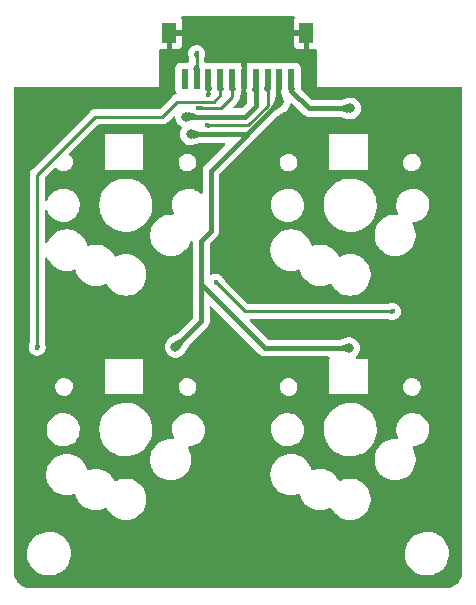
<source format=gtl>
G04 #@! TF.GenerationSoftware,KiCad,Pcbnew,7.0.8*
G04 #@! TF.CreationDate,2023-10-22T00:36:50-07:00*
G04 #@! TF.ProjectId,Seismos_4-Thumb,53656973-6d6f-4735-9f34-2d5468756d62,rev?*
G04 #@! TF.SameCoordinates,Original*
G04 #@! TF.FileFunction,Copper,L1,Top*
G04 #@! TF.FilePolarity,Positive*
%FSLAX46Y46*%
G04 Gerber Fmt 4.6, Leading zero omitted, Abs format (unit mm)*
G04 Created by KiCad (PCBNEW 7.0.8) date 2023-10-22 00:36:50*
%MOMM*%
%LPD*%
G01*
G04 APERTURE LIST*
G04 #@! TA.AperFunction,SMDPad,CuDef*
%ADD10R,0.600000X1.700000*%
G04 #@! TD*
G04 #@! TA.AperFunction,SMDPad,CuDef*
%ADD11R,1.200000X1.800000*%
G04 #@! TD*
G04 #@! TA.AperFunction,ViaPad*
%ADD12C,0.800000*%
G04 #@! TD*
G04 #@! TA.AperFunction,ViaPad*
%ADD13C,0.400000*%
G04 #@! TD*
G04 #@! TA.AperFunction,Conductor*
%ADD14C,0.254000*%
G04 #@! TD*
G04 #@! TA.AperFunction,Conductor*
%ADD15C,0.381000*%
G04 #@! TD*
G04 APERTURE END LIST*
D10*
X61000000Y-30286000D03*
X60000000Y-30286000D03*
X59000000Y-30285000D03*
X58000000Y-30285000D03*
X57000000Y-30285000D03*
X56000000Y-30285000D03*
X55000000Y-30285000D03*
X54000000Y-30285000D03*
X53000000Y-30285000D03*
X52000000Y-30285000D03*
D11*
X62300000Y-26410000D03*
X50700000Y-26410000D03*
D12*
X41800000Y-53100000D03*
X44000000Y-39200000D03*
X50700000Y-50500000D03*
X55150000Y-26400000D03*
D13*
X53150000Y-32760369D03*
X39500000Y-53050000D03*
X54000000Y-31700000D03*
X53000000Y-28150000D03*
D12*
X52111806Y-33510000D03*
D13*
X53900000Y-34250000D03*
X54600000Y-47500000D03*
X69600000Y-50000000D03*
D12*
X51200000Y-53000000D03*
X60000000Y-32300000D03*
X65900000Y-53100000D03*
X52500000Y-35000000D03*
X66000000Y-32800000D03*
D14*
X39500000Y-53050000D02*
X39500000Y-38423935D01*
X39500000Y-38423935D02*
X44423935Y-33500000D01*
X44423935Y-33500000D02*
X50106869Y-33500000D01*
X50106869Y-33500000D02*
X51373000Y-32233869D01*
X51373000Y-32233869D02*
X54466131Y-32233869D01*
X54466131Y-32233869D02*
X55000000Y-31700000D01*
X55000000Y-31700000D02*
X55000000Y-30285000D01*
D15*
X51200000Y-26400000D02*
X61800000Y-26400000D01*
X57000000Y-28250000D02*
X57000000Y-30285000D01*
X55150000Y-26400000D02*
X57000000Y-28250000D01*
D14*
X55089631Y-32760369D02*
X56000000Y-31850000D01*
X53150000Y-32760369D02*
X55089631Y-32760369D01*
X56000000Y-31850000D02*
X56000000Y-30285000D01*
X54000000Y-31700000D02*
X54000000Y-30285000D01*
X53000000Y-28150000D02*
X53000000Y-30285000D01*
D15*
X57090000Y-33510000D02*
X58000000Y-32600000D01*
X52111806Y-33510000D02*
X57090000Y-33510000D01*
X58000000Y-32600000D02*
X58000000Y-30285000D01*
D14*
X53900000Y-34250000D02*
X57318144Y-34250000D01*
X57100000Y-50000000D02*
X69600000Y-50000000D01*
X59000000Y-32568144D02*
X59000000Y-30285000D01*
X57318144Y-34250000D02*
X59000000Y-32568144D01*
X54600000Y-47500000D02*
X57100000Y-50000000D01*
D15*
X53400000Y-44000000D02*
X53400000Y-50800000D01*
X54200000Y-38100000D02*
X54200000Y-43200000D01*
X59919000Y-32219000D02*
X59919000Y-30286000D01*
X54200000Y-43200000D02*
X53400000Y-44000000D01*
X60000000Y-32300000D02*
X54200000Y-38100000D01*
X60000000Y-32300000D02*
X59919000Y-32219000D01*
X58800000Y-53100000D02*
X53400000Y-47700000D01*
X53400000Y-50800000D02*
X51200000Y-53000000D01*
X52500000Y-35000000D02*
X57300000Y-35000000D01*
X57300000Y-35000000D02*
X60000000Y-32300000D01*
X65900000Y-53100000D02*
X58800000Y-53100000D01*
X53400000Y-47700000D02*
X53400000Y-46200000D01*
X62500000Y-32800000D02*
X61000000Y-31300000D01*
X66000000Y-32800000D02*
X62500000Y-32800000D01*
X61000000Y-31300000D02*
X61000000Y-30286000D01*
G04 #@! TA.AperFunction,Conductor*
G36*
X61276148Y-25020185D02*
G01*
X61321903Y-25072989D01*
X61331847Y-25142147D01*
X61308375Y-25198812D01*
X61256647Y-25267910D01*
X61256645Y-25267913D01*
X61206403Y-25402620D01*
X61206401Y-25402627D01*
X61200000Y-25462155D01*
X61200000Y-26160000D01*
X62426000Y-26160000D01*
X62493039Y-26179685D01*
X62538794Y-26232489D01*
X62550000Y-26284000D01*
X62550000Y-27810000D01*
X62947828Y-27810000D01*
X62947844Y-27809999D01*
X63007372Y-27803598D01*
X63007377Y-27803597D01*
X63032164Y-27794352D01*
X63101856Y-27789366D01*
X63163180Y-27822850D01*
X63196666Y-27884173D01*
X63199500Y-27910533D01*
X63199500Y-30975467D01*
X63199416Y-30975889D01*
X63199459Y-31000001D01*
X63199500Y-31000099D01*
X63199616Y-31000382D01*
X63199618Y-31000384D01*
X63199808Y-31000462D01*
X63200000Y-31000541D01*
X63200002Y-31000539D01*
X63224616Y-31000524D01*
X63224616Y-31000528D01*
X63224760Y-31000500D01*
X65999901Y-31000500D01*
X75375500Y-31000500D01*
X75442539Y-31020185D01*
X75488294Y-31072989D01*
X75499500Y-31124500D01*
X75499500Y-71937121D01*
X75499342Y-71941547D01*
X75494687Y-72006603D01*
X75482856Y-72156385D01*
X75481631Y-72164692D01*
X75461691Y-72256354D01*
X75432960Y-72376020D01*
X75430762Y-72383219D01*
X75395594Y-72477504D01*
X75350781Y-72585691D01*
X75347915Y-72591682D01*
X75299029Y-72681211D01*
X75297476Y-72683892D01*
X75238121Y-72780752D01*
X75234889Y-72785515D01*
X75173121Y-72868029D01*
X75170633Y-72871140D01*
X75097464Y-72956814D01*
X75094158Y-72960390D01*
X75021035Y-73033516D01*
X75017459Y-73036822D01*
X74931794Y-73109990D01*
X74928683Y-73112479D01*
X74846152Y-73174265D01*
X74841389Y-73177498D01*
X74744564Y-73236836D01*
X74741882Y-73238389D01*
X74652335Y-73287290D01*
X74646344Y-73290156D01*
X74538171Y-73334969D01*
X74443871Y-73370146D01*
X74436672Y-73372344D01*
X74357168Y-73391436D01*
X74316997Y-73401082D01*
X74225384Y-73421015D01*
X74217061Y-73422243D01*
X74061300Y-73434511D01*
X74029511Y-73436787D01*
X74003033Y-73438682D01*
X73998624Y-73438840D01*
X39002217Y-73438840D01*
X38997791Y-73438682D01*
X38927771Y-73433673D01*
X38783790Y-73422379D01*
X38775449Y-73421150D01*
X38677521Y-73399847D01*
X38564251Y-73372652D01*
X38557058Y-73370456D01*
X38499058Y-73348823D01*
X38458702Y-73333770D01*
X38354636Y-73290663D01*
X38348645Y-73287796D01*
X38258165Y-73238389D01*
X38256031Y-73237223D01*
X38253359Y-73235677D01*
X38159647Y-73178247D01*
X38154885Y-73175016D01*
X38069847Y-73111355D01*
X38066735Y-73108866D01*
X37983620Y-73037875D01*
X37980045Y-73034570D01*
X37927288Y-72981813D01*
X37904770Y-72959295D01*
X37901491Y-72955746D01*
X37830479Y-72872599D01*
X37828024Y-72869530D01*
X37764339Y-72784452D01*
X37761114Y-72779697D01*
X37703669Y-72685949D01*
X37702163Y-72683349D01*
X37651572Y-72590691D01*
X37648710Y-72584711D01*
X37605610Y-72480648D01*
X37599791Y-72465046D01*
X37568923Y-72382277D01*
X37566729Y-72375089D01*
X37539534Y-72261796D01*
X37518231Y-72163853D01*
X37517008Y-72155552D01*
X37506142Y-72017438D01*
X37500658Y-71940707D01*
X37500500Y-71936285D01*
X37500500Y-70567763D01*
X38645787Y-70567763D01*
X38675413Y-70837013D01*
X38675415Y-70837024D01*
X38743926Y-71099082D01*
X38743928Y-71099088D01*
X38849870Y-71348390D01*
X38921998Y-71466575D01*
X38990979Y-71579605D01*
X38990986Y-71579615D01*
X39164253Y-71787819D01*
X39164259Y-71787824D01*
X39365998Y-71968582D01*
X39591910Y-72118044D01*
X39837176Y-72233020D01*
X39837183Y-72233022D01*
X39837185Y-72233023D01*
X40096557Y-72311057D01*
X40096564Y-72311058D01*
X40096569Y-72311060D01*
X40364561Y-72350500D01*
X40364566Y-72350500D01*
X40567636Y-72350500D01*
X40619133Y-72346730D01*
X40770156Y-72335677D01*
X40882758Y-72310593D01*
X41034546Y-72276782D01*
X41034548Y-72276781D01*
X41034553Y-72276780D01*
X41287558Y-72180014D01*
X41523777Y-72047441D01*
X41738177Y-71881888D01*
X41926186Y-71686881D01*
X42083799Y-71466579D01*
X42157787Y-71322669D01*
X42207649Y-71225690D01*
X42207651Y-71225684D01*
X42207656Y-71225675D01*
X42295118Y-70969305D01*
X42344319Y-70702933D01*
X42349259Y-70567763D01*
X70645787Y-70567763D01*
X70675413Y-70837013D01*
X70675415Y-70837024D01*
X70743926Y-71099082D01*
X70743928Y-71099088D01*
X70849870Y-71348390D01*
X70921998Y-71466575D01*
X70990979Y-71579605D01*
X70990986Y-71579615D01*
X71164253Y-71787819D01*
X71164259Y-71787824D01*
X71365998Y-71968582D01*
X71591910Y-72118044D01*
X71837176Y-72233020D01*
X71837183Y-72233022D01*
X71837185Y-72233023D01*
X72096557Y-72311057D01*
X72096564Y-72311058D01*
X72096569Y-72311060D01*
X72364561Y-72350500D01*
X72364566Y-72350500D01*
X72567636Y-72350500D01*
X72619133Y-72346730D01*
X72770156Y-72335677D01*
X72882758Y-72310593D01*
X73034546Y-72276782D01*
X73034548Y-72276781D01*
X73034553Y-72276780D01*
X73287558Y-72180014D01*
X73523777Y-72047441D01*
X73738177Y-71881888D01*
X73926186Y-71686881D01*
X74083799Y-71466579D01*
X74157787Y-71322669D01*
X74207649Y-71225690D01*
X74207651Y-71225684D01*
X74207656Y-71225675D01*
X74295118Y-70969305D01*
X74344319Y-70702933D01*
X74354212Y-70432235D01*
X74324586Y-70162982D01*
X74256072Y-69900912D01*
X74150130Y-69651610D01*
X74009018Y-69420390D01*
X73919747Y-69313119D01*
X73835746Y-69212180D01*
X73835740Y-69212175D01*
X73634002Y-69031418D01*
X73408092Y-68881957D01*
X73408090Y-68881956D01*
X73162824Y-68766980D01*
X73162819Y-68766978D01*
X73162814Y-68766976D01*
X72903442Y-68688942D01*
X72903428Y-68688939D01*
X72787791Y-68671921D01*
X72635439Y-68649500D01*
X72432369Y-68649500D01*
X72432364Y-68649500D01*
X72229844Y-68664323D01*
X72229831Y-68664325D01*
X71965453Y-68723217D01*
X71965446Y-68723220D01*
X71712439Y-68819987D01*
X71476226Y-68952557D01*
X71261822Y-69118112D01*
X71073822Y-69313109D01*
X71073816Y-69313116D01*
X70916202Y-69533419D01*
X70916199Y-69533424D01*
X70792350Y-69774309D01*
X70792343Y-69774327D01*
X70704884Y-70030685D01*
X70704881Y-70030699D01*
X70655681Y-70297068D01*
X70655680Y-70297075D01*
X70645787Y-70567763D01*
X42349259Y-70567763D01*
X42354212Y-70432235D01*
X42324586Y-70162982D01*
X42256072Y-69900912D01*
X42150130Y-69651610D01*
X42009018Y-69420390D01*
X41919747Y-69313119D01*
X41835746Y-69212180D01*
X41835740Y-69212175D01*
X41634002Y-69031418D01*
X41408092Y-68881957D01*
X41408090Y-68881956D01*
X41162824Y-68766980D01*
X41162819Y-68766978D01*
X41162814Y-68766976D01*
X40903442Y-68688942D01*
X40903428Y-68688939D01*
X40787791Y-68671921D01*
X40635439Y-68649500D01*
X40432369Y-68649500D01*
X40432364Y-68649500D01*
X40229844Y-68664323D01*
X40229831Y-68664325D01*
X39965453Y-68723217D01*
X39965446Y-68723220D01*
X39712439Y-68819987D01*
X39476226Y-68952557D01*
X39261822Y-69118112D01*
X39073822Y-69313109D01*
X39073816Y-69313116D01*
X38916202Y-69533419D01*
X38916199Y-69533424D01*
X38792350Y-69774309D01*
X38792343Y-69774327D01*
X38704884Y-70030685D01*
X38704881Y-70030699D01*
X38655681Y-70297068D01*
X38655680Y-70297075D01*
X38645787Y-70567763D01*
X37500500Y-70567763D01*
X37500500Y-63931187D01*
X40249500Y-63931187D01*
X40269794Y-64065823D01*
X40288604Y-64190615D01*
X40288605Y-64190617D01*
X40288606Y-64190623D01*
X40365938Y-64441326D01*
X40479767Y-64677696D01*
X40479768Y-64677697D01*
X40479770Y-64677700D01*
X40479772Y-64677704D01*
X40627567Y-64894479D01*
X40806014Y-65086801D01*
X40806018Y-65086804D01*
X40806019Y-65086805D01*
X41011143Y-65250386D01*
X41238357Y-65381568D01*
X41482584Y-65477420D01*
X41738370Y-65535802D01*
X41738376Y-65535802D01*
X41738379Y-65535803D01*
X41934500Y-65550500D01*
X41934506Y-65550500D01*
X42065500Y-65550500D01*
X42261620Y-65535803D01*
X42261622Y-65535802D01*
X42261630Y-65535802D01*
X42517416Y-65477420D01*
X42601111Y-65444571D01*
X42670705Y-65438403D01*
X42732588Y-65470840D01*
X42764900Y-65523448D01*
X42825937Y-65721323D01*
X42825938Y-65721326D01*
X42939767Y-65957696D01*
X42939768Y-65957697D01*
X42939770Y-65957700D01*
X42939772Y-65957704D01*
X42989869Y-66031182D01*
X43087567Y-66174479D01*
X43266014Y-66366801D01*
X43266018Y-66366804D01*
X43266019Y-66366805D01*
X43471143Y-66530386D01*
X43698357Y-66661568D01*
X43942584Y-66757420D01*
X44198370Y-66815802D01*
X44198376Y-66815802D01*
X44198379Y-66815803D01*
X44394500Y-66830500D01*
X44394506Y-66830500D01*
X44525500Y-66830500D01*
X44721620Y-66815803D01*
X44721622Y-66815802D01*
X44721630Y-66815802D01*
X44977416Y-66757420D01*
X45221643Y-66661568D01*
X45221646Y-66661566D01*
X45221647Y-66661566D01*
X45264118Y-66637045D01*
X45332018Y-66620571D01*
X45398045Y-66643423D01*
X45437839Y-66690630D01*
X45479767Y-66777695D01*
X45479768Y-66777697D01*
X45479770Y-66777700D01*
X45479772Y-66777704D01*
X45505747Y-66815802D01*
X45627567Y-66994479D01*
X45806014Y-67186801D01*
X45806018Y-67186804D01*
X45806019Y-67186805D01*
X46011143Y-67350386D01*
X46238357Y-67481568D01*
X46482584Y-67577420D01*
X46738370Y-67635802D01*
X46738376Y-67635802D01*
X46738379Y-67635803D01*
X46934500Y-67650500D01*
X46934506Y-67650500D01*
X47065500Y-67650500D01*
X47261620Y-67635803D01*
X47261622Y-67635802D01*
X47261630Y-67635802D01*
X47517416Y-67577420D01*
X47761643Y-67481568D01*
X47988857Y-67350386D01*
X48193981Y-67186805D01*
X48372433Y-66994479D01*
X48520228Y-66777704D01*
X48634063Y-66541323D01*
X48711396Y-66290615D01*
X48750500Y-66031182D01*
X48750500Y-65768818D01*
X48711396Y-65509385D01*
X48634063Y-65258677D01*
X48551292Y-65086801D01*
X48520232Y-65022303D01*
X48520231Y-65022302D01*
X48520230Y-65022301D01*
X48520228Y-65022296D01*
X48372433Y-64805521D01*
X48362441Y-64794753D01*
X48193985Y-64613198D01*
X48154533Y-64581736D01*
X47988857Y-64449614D01*
X47761643Y-64318432D01*
X47517416Y-64222580D01*
X47517411Y-64222578D01*
X47517402Y-64222576D01*
X47299818Y-64172914D01*
X47261630Y-64164198D01*
X47261629Y-64164197D01*
X47261625Y-64164197D01*
X47261620Y-64164196D01*
X47065500Y-64149500D01*
X47065494Y-64149500D01*
X46934506Y-64149500D01*
X46934500Y-64149500D01*
X46738379Y-64164196D01*
X46738374Y-64164197D01*
X46482597Y-64222576D01*
X46482578Y-64222582D01*
X46238363Y-64318429D01*
X46238357Y-64318432D01*
X46195877Y-64342957D01*
X46127977Y-64359427D01*
X46061951Y-64336574D01*
X46022160Y-64289369D01*
X45980232Y-64202303D01*
X45980231Y-64202302D01*
X45980230Y-64202301D01*
X45980228Y-64202296D01*
X45832433Y-63985521D01*
X45782014Y-63931182D01*
X45653985Y-63793198D01*
X45498017Y-63668818D01*
X45448857Y-63629614D01*
X45221643Y-63498432D01*
X44977416Y-63402580D01*
X44977411Y-63402578D01*
X44977402Y-63402576D01*
X44759818Y-63352914D01*
X44721630Y-63344198D01*
X44721629Y-63344197D01*
X44721625Y-63344197D01*
X44721620Y-63344196D01*
X44525500Y-63329500D01*
X44525494Y-63329500D01*
X44394506Y-63329500D01*
X44394500Y-63329500D01*
X44198379Y-63344196D01*
X44198374Y-63344197D01*
X43942585Y-63402579D01*
X43858890Y-63435426D01*
X43789293Y-63441593D01*
X43727410Y-63409155D01*
X43695098Y-63356547D01*
X43641048Y-63181323D01*
X43634063Y-63158677D01*
X43622121Y-63133880D01*
X43520232Y-62922303D01*
X43520231Y-62922302D01*
X43520230Y-62922301D01*
X43520228Y-62922296D01*
X43372433Y-62705521D01*
X43340576Y-62671187D01*
X49059500Y-62671187D01*
X49079794Y-62805823D01*
X49098604Y-62930615D01*
X49098605Y-62930617D01*
X49098606Y-62930623D01*
X49175938Y-63181326D01*
X49289767Y-63417696D01*
X49289768Y-63417697D01*
X49289770Y-63417700D01*
X49289772Y-63417704D01*
X49338126Y-63488626D01*
X49437567Y-63634479D01*
X49616014Y-63826801D01*
X49616018Y-63826804D01*
X49616019Y-63826805D01*
X49821143Y-63990386D01*
X50048357Y-64121568D01*
X50292584Y-64217420D01*
X50548370Y-64275802D01*
X50548376Y-64275802D01*
X50548379Y-64275803D01*
X50744500Y-64290500D01*
X50744506Y-64290500D01*
X50875500Y-64290500D01*
X51071620Y-64275803D01*
X51071622Y-64275802D01*
X51071630Y-64275802D01*
X51327416Y-64217420D01*
X51571643Y-64121568D01*
X51798857Y-63990386D01*
X51873090Y-63931187D01*
X59249500Y-63931187D01*
X59269794Y-64065823D01*
X59288604Y-64190615D01*
X59288605Y-64190617D01*
X59288606Y-64190623D01*
X59365938Y-64441326D01*
X59479767Y-64677696D01*
X59479768Y-64677697D01*
X59479770Y-64677700D01*
X59479772Y-64677704D01*
X59627567Y-64894479D01*
X59806014Y-65086801D01*
X59806018Y-65086804D01*
X59806019Y-65086805D01*
X60011143Y-65250386D01*
X60238357Y-65381568D01*
X60482584Y-65477420D01*
X60738370Y-65535802D01*
X60738376Y-65535802D01*
X60738379Y-65535803D01*
X60934500Y-65550500D01*
X60934506Y-65550500D01*
X61065500Y-65550500D01*
X61261620Y-65535803D01*
X61261622Y-65535802D01*
X61261630Y-65535802D01*
X61517416Y-65477420D01*
X61601111Y-65444571D01*
X61670705Y-65438403D01*
X61732588Y-65470840D01*
X61764900Y-65523448D01*
X61825937Y-65721323D01*
X61825938Y-65721326D01*
X61939767Y-65957696D01*
X61939768Y-65957697D01*
X61939770Y-65957700D01*
X61939772Y-65957704D01*
X61989869Y-66031182D01*
X62087567Y-66174479D01*
X62266014Y-66366801D01*
X62266018Y-66366804D01*
X62266019Y-66366805D01*
X62471143Y-66530386D01*
X62698357Y-66661568D01*
X62942584Y-66757420D01*
X63198370Y-66815802D01*
X63198376Y-66815802D01*
X63198379Y-66815803D01*
X63394500Y-66830500D01*
X63394506Y-66830500D01*
X63525500Y-66830500D01*
X63721620Y-66815803D01*
X63721622Y-66815802D01*
X63721630Y-66815802D01*
X63977416Y-66757420D01*
X64221643Y-66661568D01*
X64221646Y-66661566D01*
X64221647Y-66661566D01*
X64264118Y-66637045D01*
X64332018Y-66620571D01*
X64398045Y-66643423D01*
X64437839Y-66690630D01*
X64479767Y-66777695D01*
X64479768Y-66777697D01*
X64479770Y-66777700D01*
X64479772Y-66777704D01*
X64505747Y-66815802D01*
X64627567Y-66994479D01*
X64806014Y-67186801D01*
X64806018Y-67186804D01*
X64806019Y-67186805D01*
X65011143Y-67350386D01*
X65238357Y-67481568D01*
X65482584Y-67577420D01*
X65738370Y-67635802D01*
X65738376Y-67635802D01*
X65738379Y-67635803D01*
X65934500Y-67650500D01*
X65934506Y-67650500D01*
X66065500Y-67650500D01*
X66261620Y-67635803D01*
X66261622Y-67635802D01*
X66261630Y-67635802D01*
X66517416Y-67577420D01*
X66761643Y-67481568D01*
X66988857Y-67350386D01*
X67193981Y-67186805D01*
X67372433Y-66994479D01*
X67520228Y-66777704D01*
X67634063Y-66541323D01*
X67711396Y-66290615D01*
X67750500Y-66031182D01*
X67750500Y-65768818D01*
X67711396Y-65509385D01*
X67634063Y-65258677D01*
X67551292Y-65086801D01*
X67520232Y-65022303D01*
X67520231Y-65022302D01*
X67520230Y-65022301D01*
X67520228Y-65022296D01*
X67372433Y-64805521D01*
X67362441Y-64794753D01*
X67193985Y-64613198D01*
X67154533Y-64581736D01*
X66988857Y-64449614D01*
X66761643Y-64318432D01*
X66517416Y-64222580D01*
X66517411Y-64222578D01*
X66517402Y-64222576D01*
X66299818Y-64172914D01*
X66261630Y-64164198D01*
X66261629Y-64164197D01*
X66261625Y-64164197D01*
X66261620Y-64164196D01*
X66065500Y-64149500D01*
X66065494Y-64149500D01*
X65934506Y-64149500D01*
X65934500Y-64149500D01*
X65738379Y-64164196D01*
X65738374Y-64164197D01*
X65482597Y-64222576D01*
X65482578Y-64222582D01*
X65238363Y-64318429D01*
X65238357Y-64318432D01*
X65195877Y-64342957D01*
X65127977Y-64359427D01*
X65061951Y-64336574D01*
X65022160Y-64289369D01*
X64980232Y-64202303D01*
X64980231Y-64202302D01*
X64980230Y-64202301D01*
X64980228Y-64202296D01*
X64832433Y-63985521D01*
X64782014Y-63931182D01*
X64653985Y-63793198D01*
X64498017Y-63668818D01*
X64448857Y-63629614D01*
X64221643Y-63498432D01*
X63977416Y-63402580D01*
X63977411Y-63402578D01*
X63977402Y-63402576D01*
X63759818Y-63352914D01*
X63721630Y-63344198D01*
X63721629Y-63344197D01*
X63721625Y-63344197D01*
X63721620Y-63344196D01*
X63525500Y-63329500D01*
X63525494Y-63329500D01*
X63394506Y-63329500D01*
X63394500Y-63329500D01*
X63198379Y-63344196D01*
X63198374Y-63344197D01*
X62942585Y-63402579D01*
X62858890Y-63435426D01*
X62789293Y-63441593D01*
X62727410Y-63409155D01*
X62695098Y-63356547D01*
X62641048Y-63181323D01*
X62634063Y-63158677D01*
X62622121Y-63133880D01*
X62520232Y-62922303D01*
X62520231Y-62922302D01*
X62520230Y-62922301D01*
X62520228Y-62922296D01*
X62372433Y-62705521D01*
X62340576Y-62671187D01*
X68059500Y-62671187D01*
X68079794Y-62805823D01*
X68098604Y-62930615D01*
X68098605Y-62930617D01*
X68098606Y-62930623D01*
X68175938Y-63181326D01*
X68289767Y-63417696D01*
X68289768Y-63417697D01*
X68289770Y-63417700D01*
X68289772Y-63417704D01*
X68338126Y-63488626D01*
X68437567Y-63634479D01*
X68616014Y-63826801D01*
X68616018Y-63826804D01*
X68616019Y-63826805D01*
X68821143Y-63990386D01*
X69048357Y-64121568D01*
X69292584Y-64217420D01*
X69548370Y-64275802D01*
X69548376Y-64275802D01*
X69548379Y-64275803D01*
X69744500Y-64290500D01*
X69744506Y-64290500D01*
X69875500Y-64290500D01*
X70071620Y-64275803D01*
X70071622Y-64275802D01*
X70071630Y-64275802D01*
X70327416Y-64217420D01*
X70571643Y-64121568D01*
X70798857Y-63990386D01*
X71003981Y-63826805D01*
X71035167Y-63793195D01*
X71043945Y-63783733D01*
X71182433Y-63634479D01*
X71330228Y-63417704D01*
X71444063Y-63181323D01*
X71521396Y-62930615D01*
X71560500Y-62671182D01*
X71560500Y-62408818D01*
X71521396Y-62149385D01*
X71444063Y-61898677D01*
X71382165Y-61770144D01*
X71330232Y-61662303D01*
X71330225Y-61662292D01*
X71282720Y-61592615D01*
X71261219Y-61526136D01*
X71279073Y-61458586D01*
X71330613Y-61411411D01*
X71374657Y-61399210D01*
X71537536Y-61385347D01*
X71537539Y-61385346D01*
X71537541Y-61385346D01*
X71768249Y-61325275D01*
X71927707Y-61253195D01*
X71985480Y-61227080D01*
X71985481Y-61227078D01*
X71985486Y-61227077D01*
X72183003Y-61093579D01*
X72355118Y-60928621D01*
X72496879Y-60736947D01*
X72604207Y-60524074D01*
X72674016Y-60296123D01*
X72704298Y-60059654D01*
X72694180Y-59821468D01*
X72683999Y-59774230D01*
X72643954Y-59588419D01*
X72555064Y-59367211D01*
X72555064Y-59367210D01*
X72430069Y-59164205D01*
X72272564Y-58985245D01*
X72087080Y-58835477D01*
X71973130Y-58771820D01*
X71878955Y-58719210D01*
X71654170Y-58639788D01*
X71419209Y-58599500D01*
X71419200Y-58599500D01*
X71240503Y-58599500D01*
X71240498Y-58599500D01*
X71062463Y-58614652D01*
X70831751Y-58674724D01*
X70614519Y-58772919D01*
X70614511Y-58772924D01*
X70417006Y-58906413D01*
X70416997Y-58906421D01*
X70244881Y-59071379D01*
X70103123Y-59263050D01*
X70103120Y-59263054D01*
X69995796Y-59475920D01*
X69995793Y-59475926D01*
X69925983Y-59703878D01*
X69895702Y-59940346D01*
X69905819Y-60178528D01*
X69905819Y-60178532D01*
X69956046Y-60411582D01*
X69956046Y-60411583D01*
X70040876Y-60622689D01*
X70047607Y-60692233D01*
X70015671Y-60754377D01*
X69955207Y-60789390D01*
X69916552Y-60792576D01*
X69875500Y-60789500D01*
X69875494Y-60789500D01*
X69744506Y-60789500D01*
X69744500Y-60789500D01*
X69548379Y-60804196D01*
X69548374Y-60804197D01*
X69292597Y-60862576D01*
X69292578Y-60862582D01*
X69048356Y-60958432D01*
X68821143Y-61089614D01*
X68616014Y-61253198D01*
X68437567Y-61445520D01*
X68289768Y-61662302D01*
X68289767Y-61662303D01*
X68175938Y-61898673D01*
X68098606Y-62149376D01*
X68098605Y-62149381D01*
X68098604Y-62149385D01*
X68088197Y-62218432D01*
X68059500Y-62408812D01*
X68059500Y-62671187D01*
X62340576Y-62671187D01*
X62340571Y-62671182D01*
X62193985Y-62513198D01*
X62063095Y-62408817D01*
X61988857Y-62349614D01*
X61761643Y-62218432D01*
X61517416Y-62122580D01*
X61517411Y-62122578D01*
X61517402Y-62122576D01*
X61299818Y-62072914D01*
X61261630Y-62064198D01*
X61261629Y-62064197D01*
X61261625Y-62064197D01*
X61261620Y-62064196D01*
X61065500Y-62049500D01*
X61065494Y-62049500D01*
X60934506Y-62049500D01*
X60934500Y-62049500D01*
X60738379Y-62064196D01*
X60738374Y-62064197D01*
X60482597Y-62122576D01*
X60482578Y-62122582D01*
X60238356Y-62218432D01*
X60011143Y-62349614D01*
X59806014Y-62513198D01*
X59627567Y-62705520D01*
X59479768Y-62922302D01*
X59479767Y-62922303D01*
X59365938Y-63158673D01*
X59288606Y-63409376D01*
X59288605Y-63409381D01*
X59288604Y-63409385D01*
X59276660Y-63488626D01*
X59249500Y-63668812D01*
X59249500Y-63931187D01*
X51873090Y-63931187D01*
X52003981Y-63826805D01*
X52035167Y-63793195D01*
X52043945Y-63783733D01*
X52182433Y-63634479D01*
X52330228Y-63417704D01*
X52444063Y-63181323D01*
X52521396Y-62930615D01*
X52560500Y-62671182D01*
X52560500Y-62408818D01*
X52521396Y-62149385D01*
X52444063Y-61898677D01*
X52382165Y-61770144D01*
X52330232Y-61662303D01*
X52330225Y-61662292D01*
X52282720Y-61592615D01*
X52261219Y-61526136D01*
X52279073Y-61458586D01*
X52330613Y-61411411D01*
X52374657Y-61399210D01*
X52537536Y-61385347D01*
X52537539Y-61385346D01*
X52537541Y-61385346D01*
X52768249Y-61325275D01*
X52927707Y-61253195D01*
X52985480Y-61227080D01*
X52985481Y-61227078D01*
X52985486Y-61227077D01*
X53183003Y-61093579D01*
X53355118Y-60928621D01*
X53496879Y-60736947D01*
X53604207Y-60524074D01*
X53674016Y-60296123D01*
X53704298Y-60059654D01*
X53699230Y-59940346D01*
X59295702Y-59940346D01*
X59305819Y-60178528D01*
X59305819Y-60178532D01*
X59356045Y-60411580D01*
X59440877Y-60622689D01*
X59444936Y-60632790D01*
X59569931Y-60835795D01*
X59727436Y-61014755D01*
X59912920Y-61164523D01*
X60121046Y-61280790D01*
X60246951Y-61325275D01*
X60345829Y-61360211D01*
X60580790Y-61400499D01*
X60580798Y-61400499D01*
X60580800Y-61400500D01*
X60580801Y-61400500D01*
X60759502Y-61400500D01*
X60937536Y-61385347D01*
X60937539Y-61385346D01*
X60937541Y-61385346D01*
X61168249Y-61325275D01*
X61327707Y-61253195D01*
X61385480Y-61227080D01*
X61385481Y-61227078D01*
X61385486Y-61227077D01*
X61583003Y-61093579D01*
X61755118Y-60928621D01*
X61896879Y-60736947D01*
X62004207Y-60524074D01*
X62074016Y-60296123D01*
X62102285Y-60075373D01*
X63745723Y-60075373D01*
X63775881Y-60375160D01*
X63775882Y-60375162D01*
X63845728Y-60668252D01*
X63845733Y-60668266D01*
X63954020Y-60949427D01*
X63954024Y-60949436D01*
X64098825Y-61213665D01*
X64098829Y-61213671D01*
X64206801Y-61360211D01*
X64277554Y-61456238D01*
X64277561Y-61456245D01*
X64487019Y-61672823D01*
X64723478Y-61859553D01*
X64723480Y-61859554D01*
X64723485Y-61859558D01*
X64982730Y-62013109D01*
X65260128Y-62130736D01*
X65550729Y-62210340D01*
X65849347Y-62250500D01*
X65849351Y-62250500D01*
X66075252Y-62250500D01*
X66239164Y-62239526D01*
X66300634Y-62235412D01*
X66595903Y-62175396D01*
X66880537Y-62076560D01*
X67149459Y-61940668D01*
X67397869Y-61770144D01*
X67621333Y-61568032D01*
X67815865Y-61337939D01*
X67977993Y-61083970D01*
X68104823Y-60810658D01*
X68194093Y-60522879D01*
X68244209Y-60225770D01*
X68254277Y-59924631D01*
X68224118Y-59624838D01*
X68154269Y-59331739D01*
X68045977Y-59050566D01*
X67901175Y-58786335D01*
X67722446Y-58543762D01*
X67512980Y-58327176D01*
X67389742Y-58229856D01*
X67276521Y-58140446D01*
X67276517Y-58140443D01*
X67276515Y-58140442D01*
X67017270Y-57986891D01*
X66739872Y-57869264D01*
X66739863Y-57869261D01*
X66449272Y-57789660D01*
X66374616Y-57779620D01*
X66150653Y-57749500D01*
X65924756Y-57749500D01*
X65924748Y-57749500D01*
X65699368Y-57764587D01*
X65699359Y-57764589D01*
X65404094Y-57824604D01*
X65119464Y-57923439D01*
X65119459Y-57923441D01*
X64850546Y-58059328D01*
X64602125Y-58229860D01*
X64378665Y-58431969D01*
X64184132Y-58662064D01*
X64022006Y-58916030D01*
X64022005Y-58916032D01*
X63906842Y-59164205D01*
X63895177Y-59189342D01*
X63895176Y-59189346D01*
X63805907Y-59477118D01*
X63787133Y-59588419D01*
X63755791Y-59774230D01*
X63746249Y-60059654D01*
X63745723Y-60075373D01*
X62102285Y-60075373D01*
X62104298Y-60059654D01*
X62094180Y-59821468D01*
X62083999Y-59774230D01*
X62043954Y-59588419D01*
X61955064Y-59367211D01*
X61955064Y-59367210D01*
X61830069Y-59164205D01*
X61672564Y-58985245D01*
X61487080Y-58835477D01*
X61373130Y-58771820D01*
X61278955Y-58719210D01*
X61054170Y-58639788D01*
X60819209Y-58599500D01*
X60819200Y-58599500D01*
X60640503Y-58599500D01*
X60640498Y-58599500D01*
X60462463Y-58614652D01*
X60231751Y-58674724D01*
X60014519Y-58772919D01*
X60014511Y-58772924D01*
X59817006Y-58906413D01*
X59816997Y-58906421D01*
X59644881Y-59071379D01*
X59503123Y-59263050D01*
X59503120Y-59263054D01*
X59395796Y-59475920D01*
X59395793Y-59475926D01*
X59325983Y-59703878D01*
X59295702Y-59940346D01*
X53699230Y-59940346D01*
X53694180Y-59821468D01*
X53683999Y-59774230D01*
X53643954Y-59588419D01*
X53555064Y-59367211D01*
X53555064Y-59367210D01*
X53430069Y-59164205D01*
X53272564Y-58985245D01*
X53087080Y-58835477D01*
X52973130Y-58771820D01*
X52878955Y-58719210D01*
X52654170Y-58639788D01*
X52419209Y-58599500D01*
X52419200Y-58599500D01*
X52240503Y-58599500D01*
X52240498Y-58599500D01*
X52062463Y-58614652D01*
X51831751Y-58674724D01*
X51614519Y-58772919D01*
X51614511Y-58772924D01*
X51417006Y-58906413D01*
X51416997Y-58906421D01*
X51244881Y-59071379D01*
X51103123Y-59263050D01*
X51103120Y-59263054D01*
X50995796Y-59475920D01*
X50995793Y-59475926D01*
X50925983Y-59703878D01*
X50895702Y-59940346D01*
X50905819Y-60178528D01*
X50905819Y-60178532D01*
X50956046Y-60411582D01*
X50956046Y-60411583D01*
X51040876Y-60622689D01*
X51047607Y-60692233D01*
X51015671Y-60754377D01*
X50955207Y-60789390D01*
X50916552Y-60792576D01*
X50875500Y-60789500D01*
X50875494Y-60789500D01*
X50744506Y-60789500D01*
X50744500Y-60789500D01*
X50548379Y-60804196D01*
X50548374Y-60804197D01*
X50292597Y-60862576D01*
X50292578Y-60862582D01*
X50048356Y-60958432D01*
X49821143Y-61089614D01*
X49616014Y-61253198D01*
X49437567Y-61445520D01*
X49289768Y-61662302D01*
X49289767Y-61662303D01*
X49175938Y-61898673D01*
X49098606Y-62149376D01*
X49098605Y-62149381D01*
X49098604Y-62149385D01*
X49088197Y-62218432D01*
X49059500Y-62408812D01*
X49059500Y-62671187D01*
X43340576Y-62671187D01*
X43340571Y-62671182D01*
X43193985Y-62513198D01*
X43063095Y-62408817D01*
X42988857Y-62349614D01*
X42761643Y-62218432D01*
X42517416Y-62122580D01*
X42517411Y-62122578D01*
X42517402Y-62122576D01*
X42299818Y-62072914D01*
X42261630Y-62064198D01*
X42261629Y-62064197D01*
X42261625Y-62064197D01*
X42261620Y-62064196D01*
X42065500Y-62049500D01*
X42065494Y-62049500D01*
X41934506Y-62049500D01*
X41934500Y-62049500D01*
X41738379Y-62064196D01*
X41738374Y-62064197D01*
X41482597Y-62122576D01*
X41482578Y-62122582D01*
X41238356Y-62218432D01*
X41011143Y-62349614D01*
X40806014Y-62513198D01*
X40627567Y-62705520D01*
X40479768Y-62922302D01*
X40479767Y-62922303D01*
X40365938Y-63158673D01*
X40288606Y-63409376D01*
X40288605Y-63409381D01*
X40288604Y-63409385D01*
X40276660Y-63488626D01*
X40249500Y-63668812D01*
X40249500Y-63931187D01*
X37500500Y-63931187D01*
X37500500Y-59940346D01*
X40295702Y-59940346D01*
X40305819Y-60178528D01*
X40305819Y-60178532D01*
X40356045Y-60411580D01*
X40440877Y-60622689D01*
X40444936Y-60632790D01*
X40569931Y-60835795D01*
X40727436Y-61014755D01*
X40912920Y-61164523D01*
X41121046Y-61280790D01*
X41246951Y-61325275D01*
X41345829Y-61360211D01*
X41580790Y-61400499D01*
X41580798Y-61400499D01*
X41580800Y-61400500D01*
X41580801Y-61400500D01*
X41759502Y-61400500D01*
X41937536Y-61385347D01*
X41937539Y-61385346D01*
X41937541Y-61385346D01*
X42168249Y-61325275D01*
X42327707Y-61253195D01*
X42385480Y-61227080D01*
X42385481Y-61227078D01*
X42385486Y-61227077D01*
X42583003Y-61093579D01*
X42755118Y-60928621D01*
X42896879Y-60736947D01*
X43004207Y-60524074D01*
X43074016Y-60296123D01*
X43102285Y-60075373D01*
X44745723Y-60075373D01*
X44775881Y-60375160D01*
X44775882Y-60375162D01*
X44845728Y-60668252D01*
X44845733Y-60668266D01*
X44954020Y-60949427D01*
X44954024Y-60949436D01*
X45098825Y-61213665D01*
X45098829Y-61213671D01*
X45206801Y-61360211D01*
X45277554Y-61456238D01*
X45277561Y-61456245D01*
X45487019Y-61672823D01*
X45723478Y-61859553D01*
X45723480Y-61859554D01*
X45723485Y-61859558D01*
X45982730Y-62013109D01*
X46260128Y-62130736D01*
X46550729Y-62210340D01*
X46849347Y-62250500D01*
X46849351Y-62250500D01*
X47075252Y-62250500D01*
X47239164Y-62239526D01*
X47300634Y-62235412D01*
X47595903Y-62175396D01*
X47880537Y-62076560D01*
X48149459Y-61940668D01*
X48397869Y-61770144D01*
X48621333Y-61568032D01*
X48815865Y-61337939D01*
X48977993Y-61083970D01*
X49104823Y-60810658D01*
X49194093Y-60522879D01*
X49244209Y-60225770D01*
X49254277Y-59924631D01*
X49224118Y-59624838D01*
X49154269Y-59331739D01*
X49045977Y-59050566D01*
X48901175Y-58786335D01*
X48722446Y-58543762D01*
X48512980Y-58327176D01*
X48389742Y-58229856D01*
X48276521Y-58140446D01*
X48276517Y-58140443D01*
X48276515Y-58140442D01*
X48017270Y-57986891D01*
X47739872Y-57869264D01*
X47739863Y-57869261D01*
X47449272Y-57789660D01*
X47374616Y-57779620D01*
X47150653Y-57749500D01*
X46924756Y-57749500D01*
X46924748Y-57749500D01*
X46699368Y-57764587D01*
X46699359Y-57764589D01*
X46404094Y-57824604D01*
X46119464Y-57923439D01*
X46119459Y-57923441D01*
X45850546Y-58059328D01*
X45602125Y-58229860D01*
X45378665Y-58431969D01*
X45184132Y-58662064D01*
X45022006Y-58916030D01*
X45022005Y-58916032D01*
X44906842Y-59164205D01*
X44895177Y-59189342D01*
X44895176Y-59189346D01*
X44805907Y-59477118D01*
X44787133Y-59588419D01*
X44755791Y-59774230D01*
X44746249Y-60059654D01*
X44745723Y-60075373D01*
X43102285Y-60075373D01*
X43104298Y-60059654D01*
X43094180Y-59821468D01*
X43083999Y-59774230D01*
X43043954Y-59588419D01*
X42955064Y-59367211D01*
X42955064Y-59367210D01*
X42830069Y-59164205D01*
X42672564Y-58985245D01*
X42487080Y-58835477D01*
X42373130Y-58771820D01*
X42278955Y-58719210D01*
X42054170Y-58639788D01*
X41819209Y-58599500D01*
X41819200Y-58599500D01*
X41640503Y-58599500D01*
X41640498Y-58599500D01*
X41462463Y-58614652D01*
X41231751Y-58674724D01*
X41014519Y-58772919D01*
X41014511Y-58772924D01*
X40817006Y-58906413D01*
X40816997Y-58906421D01*
X40644881Y-59071379D01*
X40503123Y-59263050D01*
X40503120Y-59263054D01*
X40395796Y-59475920D01*
X40395793Y-59475926D01*
X40325983Y-59703878D01*
X40295702Y-59940346D01*
X37500500Y-59940346D01*
X37500500Y-56428133D01*
X41025668Y-56428133D01*
X41041058Y-56515410D01*
X41056135Y-56600911D01*
X41125623Y-56762004D01*
X41125624Y-56762006D01*
X41125626Y-56762009D01*
X41180278Y-56835418D01*
X41230390Y-56902730D01*
X41364786Y-57015502D01*
X41442488Y-57054525D01*
X41521562Y-57094238D01*
X41521563Y-57094238D01*
X41521567Y-57094240D01*
X41692279Y-57134700D01*
X41692282Y-57134700D01*
X41823701Y-57134700D01*
X41823709Y-57134700D01*
X41954255Y-57119441D01*
X42119117Y-57059437D01*
X42253139Y-56971289D01*
X45237416Y-56971289D01*
X45237459Y-56995401D01*
X45237500Y-56995499D01*
X45237616Y-56995782D01*
X45237618Y-56995784D01*
X45237808Y-56995862D01*
X45238000Y-56995941D01*
X45238002Y-56995939D01*
X45262616Y-56995924D01*
X45262616Y-56995928D01*
X45262760Y-56995900D01*
X48453240Y-56995900D01*
X48453383Y-56995928D01*
X48453384Y-56995924D01*
X48477997Y-56995939D01*
X48478000Y-56995941D01*
X48478383Y-56995783D01*
X48478500Y-56995499D01*
X48478541Y-56995400D01*
X48478540Y-56995397D01*
X48478583Y-56971289D01*
X48478500Y-56970867D01*
X48478500Y-56428133D01*
X51465668Y-56428133D01*
X51481058Y-56515410D01*
X51496135Y-56600911D01*
X51565623Y-56762004D01*
X51565624Y-56762006D01*
X51565626Y-56762009D01*
X51620278Y-56835418D01*
X51670390Y-56902730D01*
X51804786Y-57015502D01*
X51882488Y-57054525D01*
X51961562Y-57094238D01*
X51961563Y-57094238D01*
X51961567Y-57094240D01*
X52132279Y-57134700D01*
X52132282Y-57134700D01*
X52263701Y-57134700D01*
X52263709Y-57134700D01*
X52394255Y-57119441D01*
X52559117Y-57059437D01*
X52705696Y-56963030D01*
X52826092Y-56835418D01*
X52913812Y-56683481D01*
X52964130Y-56515410D01*
X52969213Y-56428133D01*
X60025668Y-56428133D01*
X60041058Y-56515410D01*
X60056135Y-56600911D01*
X60125623Y-56762004D01*
X60125624Y-56762006D01*
X60125626Y-56762009D01*
X60180278Y-56835418D01*
X60230390Y-56902730D01*
X60364786Y-57015502D01*
X60442488Y-57054525D01*
X60521562Y-57094238D01*
X60521563Y-57094238D01*
X60521567Y-57094240D01*
X60692279Y-57134700D01*
X60692282Y-57134700D01*
X60823701Y-57134700D01*
X60823709Y-57134700D01*
X60954255Y-57119441D01*
X61119117Y-57059437D01*
X61265696Y-56963030D01*
X61386092Y-56835418D01*
X61473812Y-56683481D01*
X61524130Y-56515410D01*
X61534331Y-56340265D01*
X61503865Y-56167489D01*
X61434377Y-56006396D01*
X61329610Y-55865670D01*
X61257747Y-55805370D01*
X61195214Y-55752898D01*
X61195212Y-55752897D01*
X61038437Y-55674161D01*
X61038433Y-55674160D01*
X60867721Y-55633700D01*
X60736291Y-55633700D01*
X60631854Y-55645907D01*
X60605743Y-55648959D01*
X60605740Y-55648960D01*
X60440884Y-55708962D01*
X60440880Y-55708964D01*
X60294306Y-55805367D01*
X60294305Y-55805368D01*
X60173910Y-55932978D01*
X60086188Y-56084918D01*
X60035870Y-56252989D01*
X60035869Y-56252994D01*
X60025668Y-56428133D01*
X52969213Y-56428133D01*
X52974331Y-56340265D01*
X52943865Y-56167489D01*
X52874377Y-56006396D01*
X52769610Y-55865670D01*
X52697747Y-55805370D01*
X52635214Y-55752898D01*
X52635212Y-55752897D01*
X52478437Y-55674161D01*
X52478433Y-55674160D01*
X52307721Y-55633700D01*
X52176291Y-55633700D01*
X52071854Y-55645907D01*
X52045743Y-55648959D01*
X52045740Y-55648960D01*
X51880884Y-55708962D01*
X51880880Y-55708964D01*
X51734306Y-55805367D01*
X51734305Y-55805368D01*
X51613910Y-55932978D01*
X51526188Y-56084918D01*
X51475870Y-56252989D01*
X51475869Y-56252994D01*
X51465668Y-56428133D01*
X48478500Y-56428133D01*
X48478500Y-54033359D01*
X48478528Y-54033216D01*
X48478524Y-54033216D01*
X48478539Y-54008602D01*
X48478541Y-54008600D01*
X48478462Y-54008408D01*
X48478384Y-54008218D01*
X48478382Y-54008216D01*
X48478099Y-54008100D01*
X48478000Y-54008059D01*
X48453446Y-54008059D01*
X48453240Y-54008100D01*
X45262760Y-54008100D01*
X45262554Y-54008059D01*
X45238000Y-54008059D01*
X45237901Y-54008100D01*
X45237617Y-54008216D01*
X45237615Y-54008218D01*
X45237459Y-54008599D01*
X45237476Y-54033216D01*
X45237471Y-54033216D01*
X45237500Y-54033359D01*
X45237500Y-56970867D01*
X45237416Y-56971289D01*
X42253139Y-56971289D01*
X42265696Y-56963030D01*
X42386092Y-56835418D01*
X42473812Y-56683481D01*
X42524130Y-56515410D01*
X42534331Y-56340265D01*
X42503865Y-56167489D01*
X42434377Y-56006396D01*
X42329610Y-55865670D01*
X42257747Y-55805370D01*
X42195214Y-55752898D01*
X42195212Y-55752897D01*
X42038437Y-55674161D01*
X42038433Y-55674160D01*
X41867721Y-55633700D01*
X41736291Y-55633700D01*
X41631854Y-55645907D01*
X41605743Y-55648959D01*
X41605740Y-55648960D01*
X41440884Y-55708962D01*
X41440880Y-55708964D01*
X41294306Y-55805367D01*
X41294305Y-55805368D01*
X41173910Y-55932978D01*
X41086188Y-56084918D01*
X41035870Y-56252989D01*
X41035869Y-56252994D01*
X41025668Y-56428133D01*
X37500500Y-56428133D01*
X37500500Y-53050000D01*
X38786296Y-53050000D01*
X38807034Y-53220801D01*
X38864208Y-53371556D01*
X38868046Y-53381675D01*
X38930082Y-53471549D01*
X38965786Y-53523274D01*
X38965789Y-53523277D01*
X39094567Y-53637365D01*
X39094568Y-53637365D01*
X39094570Y-53637367D01*
X39246917Y-53717325D01*
X39246919Y-53717325D01*
X39246920Y-53717326D01*
X39413972Y-53758500D01*
X39586028Y-53758500D01*
X39753079Y-53717326D01*
X39753079Y-53717325D01*
X39753083Y-53717325D01*
X39905430Y-53637367D01*
X40034215Y-53523273D01*
X40131954Y-53381675D01*
X40192965Y-53220801D01*
X40213704Y-53050000D01*
X40203772Y-52968216D01*
X40203367Y-52963101D01*
X40202650Y-52944077D01*
X40197579Y-52916291D01*
X40197025Y-52912642D01*
X40192965Y-52879200D01*
X40192823Y-52878825D01*
X40186778Y-52857111D01*
X40137515Y-52587172D01*
X40135500Y-52564910D01*
X40135500Y-45506094D01*
X40155185Y-45439055D01*
X40207989Y-45393300D01*
X40277147Y-45383356D01*
X40340703Y-45412381D01*
X40371220Y-45452293D01*
X40479767Y-45677696D01*
X40479768Y-45677697D01*
X40479770Y-45677700D01*
X40479772Y-45677704D01*
X40627567Y-45894479D01*
X40806014Y-46086801D01*
X40806018Y-46086804D01*
X40806019Y-46086805D01*
X41011143Y-46250386D01*
X41238357Y-46381568D01*
X41482584Y-46477420D01*
X41738370Y-46535802D01*
X41738376Y-46535802D01*
X41738379Y-46535803D01*
X41934500Y-46550500D01*
X41934506Y-46550500D01*
X42065500Y-46550500D01*
X42261620Y-46535803D01*
X42261622Y-46535802D01*
X42261630Y-46535802D01*
X42517416Y-46477420D01*
X42601111Y-46444571D01*
X42670705Y-46438403D01*
X42732588Y-46470840D01*
X42764900Y-46523448D01*
X42825937Y-46721323D01*
X42825938Y-46721326D01*
X42939767Y-46957696D01*
X42939768Y-46957697D01*
X42939770Y-46957700D01*
X42939772Y-46957704D01*
X43015510Y-47068791D01*
X43087567Y-47174479D01*
X43266014Y-47366801D01*
X43266018Y-47366804D01*
X43266019Y-47366805D01*
X43471143Y-47530386D01*
X43698357Y-47661568D01*
X43942584Y-47757420D01*
X44198370Y-47815802D01*
X44198376Y-47815802D01*
X44198379Y-47815803D01*
X44394500Y-47830500D01*
X44394506Y-47830500D01*
X44525500Y-47830500D01*
X44721620Y-47815803D01*
X44721622Y-47815802D01*
X44721630Y-47815802D01*
X44977416Y-47757420D01*
X45221643Y-47661568D01*
X45221646Y-47661566D01*
X45221647Y-47661566D01*
X45264118Y-47637045D01*
X45332018Y-47620571D01*
X45398045Y-47643423D01*
X45437839Y-47690630D01*
X45479767Y-47777695D01*
X45479768Y-47777697D01*
X45479770Y-47777700D01*
X45479772Y-47777704D01*
X45505747Y-47815802D01*
X45627567Y-47994479D01*
X45806014Y-48186801D01*
X45806018Y-48186804D01*
X45806019Y-48186805D01*
X46011143Y-48350386D01*
X46238357Y-48481568D01*
X46482584Y-48577420D01*
X46738370Y-48635802D01*
X46738376Y-48635802D01*
X46738379Y-48635803D01*
X46934500Y-48650500D01*
X46934506Y-48650500D01*
X47065500Y-48650500D01*
X47261620Y-48635803D01*
X47261622Y-48635802D01*
X47261630Y-48635802D01*
X47517416Y-48577420D01*
X47761643Y-48481568D01*
X47988857Y-48350386D01*
X48193981Y-48186805D01*
X48372433Y-47994479D01*
X48520228Y-47777704D01*
X48634063Y-47541323D01*
X48711396Y-47290615D01*
X48750500Y-47031182D01*
X48750500Y-46768818D01*
X48711396Y-46509385D01*
X48634063Y-46258677D01*
X48551292Y-46086801D01*
X48520232Y-46022303D01*
X48520231Y-46022302D01*
X48520230Y-46022301D01*
X48520228Y-46022296D01*
X48372433Y-45805521D01*
X48362441Y-45794753D01*
X48193985Y-45613198D01*
X48154533Y-45581736D01*
X47988857Y-45449614D01*
X47761643Y-45318432D01*
X47517416Y-45222580D01*
X47517411Y-45222578D01*
X47517402Y-45222576D01*
X47299818Y-45172914D01*
X47261630Y-45164198D01*
X47261629Y-45164197D01*
X47261625Y-45164197D01*
X47261620Y-45164196D01*
X47065500Y-45149500D01*
X47065494Y-45149500D01*
X46934506Y-45149500D01*
X46934500Y-45149500D01*
X46738379Y-45164196D01*
X46738374Y-45164197D01*
X46482597Y-45222576D01*
X46482578Y-45222582D01*
X46238363Y-45318429D01*
X46238357Y-45318432D01*
X46195877Y-45342957D01*
X46127977Y-45359427D01*
X46061951Y-45336574D01*
X46022160Y-45289369D01*
X45980232Y-45202303D01*
X45980231Y-45202302D01*
X45980230Y-45202301D01*
X45980228Y-45202296D01*
X45832433Y-44985521D01*
X45782014Y-44931182D01*
X45653985Y-44793198D01*
X45498017Y-44668818D01*
X45448857Y-44629614D01*
X45221643Y-44498432D01*
X44977416Y-44402580D01*
X44977411Y-44402578D01*
X44977402Y-44402576D01*
X44759818Y-44352914D01*
X44721630Y-44344198D01*
X44721629Y-44344197D01*
X44721625Y-44344197D01*
X44721620Y-44344196D01*
X44525500Y-44329500D01*
X44525494Y-44329500D01*
X44394506Y-44329500D01*
X44394500Y-44329500D01*
X44198379Y-44344196D01*
X44198374Y-44344197D01*
X43942585Y-44402579D01*
X43858890Y-44435426D01*
X43789293Y-44441593D01*
X43727410Y-44409155D01*
X43695098Y-44356547D01*
X43674428Y-44289536D01*
X43634063Y-44158677D01*
X43608417Y-44105423D01*
X43520232Y-43922303D01*
X43520231Y-43922302D01*
X43520230Y-43922300D01*
X43520228Y-43922296D01*
X43372433Y-43705521D01*
X43356573Y-43688428D01*
X43193985Y-43513198D01*
X43063929Y-43409482D01*
X42988857Y-43349614D01*
X42761643Y-43218432D01*
X42517416Y-43122580D01*
X42517411Y-43122578D01*
X42517402Y-43122576D01*
X42299818Y-43072914D01*
X42261630Y-43064198D01*
X42261629Y-43064197D01*
X42261625Y-43064197D01*
X42261620Y-43064196D01*
X42065500Y-43049500D01*
X42065494Y-43049500D01*
X41934506Y-43049500D01*
X41934500Y-43049500D01*
X41738379Y-43064196D01*
X41738374Y-43064197D01*
X41482597Y-43122576D01*
X41482578Y-43122582D01*
X41238356Y-43218432D01*
X41011143Y-43349614D01*
X40806014Y-43513198D01*
X40627567Y-43705520D01*
X40479769Y-43922300D01*
X40371220Y-44147707D01*
X40324398Y-44199566D01*
X40256971Y-44217879D01*
X40190347Y-44196831D01*
X40145678Y-44143105D01*
X40135500Y-44093905D01*
X40135500Y-41503883D01*
X40155185Y-41436844D01*
X40207989Y-41391089D01*
X40277147Y-41381145D01*
X40340703Y-41410170D01*
X40374557Y-41457648D01*
X40444936Y-41632790D01*
X40569931Y-41835795D01*
X40727436Y-42014755D01*
X40912920Y-42164523D01*
X41121046Y-42280790D01*
X41246951Y-42325275D01*
X41345829Y-42360211D01*
X41580790Y-42400499D01*
X41580798Y-42400499D01*
X41580800Y-42400500D01*
X41580801Y-42400500D01*
X41759502Y-42400500D01*
X41937536Y-42385347D01*
X41937539Y-42385346D01*
X41937541Y-42385346D01*
X42168249Y-42325275D01*
X42327707Y-42253195D01*
X42385480Y-42227080D01*
X42385481Y-42227078D01*
X42385486Y-42227077D01*
X42583003Y-42093579D01*
X42755118Y-41928621D01*
X42896879Y-41736947D01*
X43004207Y-41524074D01*
X43074016Y-41296123D01*
X43102285Y-41075373D01*
X44745723Y-41075373D01*
X44775881Y-41375160D01*
X44775882Y-41375162D01*
X44845728Y-41668252D01*
X44845733Y-41668266D01*
X44954020Y-41949427D01*
X44954024Y-41949436D01*
X45098825Y-42213665D01*
X45098829Y-42213671D01*
X45206801Y-42360211D01*
X45277554Y-42456238D01*
X45277561Y-42456245D01*
X45487019Y-42672823D01*
X45723478Y-42859553D01*
X45723480Y-42859554D01*
X45723485Y-42859558D01*
X45982730Y-43013109D01*
X46260128Y-43130736D01*
X46550729Y-43210340D01*
X46849347Y-43250500D01*
X46849351Y-43250500D01*
X47075252Y-43250500D01*
X47239164Y-43239526D01*
X47300634Y-43235412D01*
X47595903Y-43175396D01*
X47880537Y-43076560D01*
X48149459Y-42940668D01*
X48397869Y-42770144D01*
X48621333Y-42568032D01*
X48815865Y-42337939D01*
X48977993Y-42083970D01*
X49104823Y-41810658D01*
X49194093Y-41522879D01*
X49244209Y-41225770D01*
X49254277Y-40924631D01*
X49224118Y-40624838D01*
X49154269Y-40331739D01*
X49045977Y-40050566D01*
X48901175Y-39786335D01*
X48722446Y-39543762D01*
X48512980Y-39327176D01*
X48389742Y-39229856D01*
X48276521Y-39140446D01*
X48276517Y-39140443D01*
X48276515Y-39140442D01*
X48017270Y-38986891D01*
X47739872Y-38869264D01*
X47739863Y-38869261D01*
X47449272Y-38789660D01*
X47374616Y-38779620D01*
X47150653Y-38749500D01*
X46924756Y-38749500D01*
X46924748Y-38749500D01*
X46699368Y-38764587D01*
X46699359Y-38764589D01*
X46404094Y-38824604D01*
X46119464Y-38923439D01*
X46119459Y-38923441D01*
X45850546Y-39059328D01*
X45602125Y-39229860D01*
X45378665Y-39431969D01*
X45184132Y-39662064D01*
X45022006Y-39916030D01*
X45022005Y-39916032D01*
X44906842Y-40164205D01*
X44895177Y-40189342D01*
X44895176Y-40189346D01*
X44805907Y-40477118D01*
X44783544Y-40609696D01*
X44755791Y-40774230D01*
X44746249Y-41059654D01*
X44745723Y-41075373D01*
X43102285Y-41075373D01*
X43104298Y-41059654D01*
X43094180Y-40821468D01*
X43083999Y-40774230D01*
X43043954Y-40588419D01*
X42955064Y-40367210D01*
X42830069Y-40164205D01*
X42672564Y-39985245D01*
X42487080Y-39835477D01*
X42373130Y-39771820D01*
X42278955Y-39719210D01*
X42054170Y-39639788D01*
X41819209Y-39599500D01*
X41819200Y-39599500D01*
X41640503Y-39599500D01*
X41640498Y-39599500D01*
X41462463Y-39614652D01*
X41231751Y-39674724D01*
X41014519Y-39772919D01*
X41014511Y-39772924D01*
X40817006Y-39906413D01*
X40816997Y-39906421D01*
X40644881Y-40071379D01*
X40557637Y-40189342D01*
X40503121Y-40263053D01*
X40395793Y-40475926D01*
X40378063Y-40533817D01*
X40339612Y-40592153D01*
X40275725Y-40620440D01*
X40206686Y-40609696D01*
X40154415Y-40563333D01*
X40135500Y-40497506D01*
X40135500Y-38738528D01*
X40155185Y-38671489D01*
X40171815Y-38650851D01*
X40996442Y-37826223D01*
X41057763Y-37792740D01*
X41127454Y-37797724D01*
X41183388Y-37839596D01*
X41183584Y-37839859D01*
X41230387Y-37902727D01*
X41230389Y-37902729D01*
X41230390Y-37902730D01*
X41364786Y-38015502D01*
X41428358Y-38047429D01*
X41521562Y-38094238D01*
X41521563Y-38094238D01*
X41521567Y-38094240D01*
X41692279Y-38134700D01*
X41692282Y-38134700D01*
X41823701Y-38134700D01*
X41823709Y-38134700D01*
X41954255Y-38119441D01*
X42119117Y-38059437D01*
X42253139Y-37971289D01*
X45237416Y-37971289D01*
X45237459Y-37995401D01*
X45237500Y-37995499D01*
X45237616Y-37995782D01*
X45237618Y-37995784D01*
X45237808Y-37995862D01*
X45238000Y-37995941D01*
X45238002Y-37995939D01*
X45262616Y-37995924D01*
X45262616Y-37995928D01*
X45262760Y-37995900D01*
X48453240Y-37995900D01*
X48453383Y-37995928D01*
X48453384Y-37995924D01*
X48477997Y-37995939D01*
X48478000Y-37995941D01*
X48478383Y-37995783D01*
X48478500Y-37995499D01*
X48478541Y-37995400D01*
X48478540Y-37995397D01*
X48478583Y-37971289D01*
X48478500Y-37970867D01*
X48478500Y-37428133D01*
X51465668Y-37428133D01*
X51481058Y-37515410D01*
X51496135Y-37600911D01*
X51565623Y-37762004D01*
X51565624Y-37762006D01*
X51565626Y-37762009D01*
X51620278Y-37835418D01*
X51670390Y-37902730D01*
X51804786Y-38015502D01*
X51868358Y-38047429D01*
X51961562Y-38094238D01*
X51961563Y-38094238D01*
X51961567Y-38094240D01*
X52132279Y-38134700D01*
X52132282Y-38134700D01*
X52263701Y-38134700D01*
X52263709Y-38134700D01*
X52394255Y-38119441D01*
X52559117Y-38059437D01*
X52705696Y-37963030D01*
X52826092Y-37835418D01*
X52913812Y-37683481D01*
X52964130Y-37515410D01*
X52974331Y-37340265D01*
X52943865Y-37167489D01*
X52874377Y-37006396D01*
X52769610Y-36865670D01*
X52697747Y-36805370D01*
X52635214Y-36752898D01*
X52635212Y-36752897D01*
X52478437Y-36674161D01*
X52478433Y-36674160D01*
X52307721Y-36633700D01*
X52176291Y-36633700D01*
X52071854Y-36645907D01*
X52045743Y-36648959D01*
X52045740Y-36648960D01*
X51880884Y-36708962D01*
X51880880Y-36708964D01*
X51734306Y-36805367D01*
X51734305Y-36805368D01*
X51613910Y-36932978D01*
X51526188Y-37084918D01*
X51475870Y-37252989D01*
X51475869Y-37252994D01*
X51465668Y-37428133D01*
X48478500Y-37428133D01*
X48478500Y-35033359D01*
X48478528Y-35033216D01*
X48478524Y-35033216D01*
X48478539Y-35008602D01*
X48478541Y-35008600D01*
X48478462Y-35008408D01*
X48478384Y-35008218D01*
X48478382Y-35008216D01*
X48478099Y-35008100D01*
X48478000Y-35008059D01*
X48453446Y-35008059D01*
X48453240Y-35008100D01*
X45262760Y-35008100D01*
X45262554Y-35008059D01*
X45238000Y-35008059D01*
X45237901Y-35008100D01*
X45237617Y-35008216D01*
X45237615Y-35008218D01*
X45237459Y-35008599D01*
X45237476Y-35033216D01*
X45237471Y-35033216D01*
X45237500Y-35033359D01*
X45237500Y-37970867D01*
X45237416Y-37971289D01*
X42253139Y-37971289D01*
X42265696Y-37963030D01*
X42386092Y-37835418D01*
X42473812Y-37683481D01*
X42524130Y-37515410D01*
X42534331Y-37340265D01*
X42503865Y-37167489D01*
X42434377Y-37006396D01*
X42329610Y-36865670D01*
X42257747Y-36805370D01*
X42230665Y-36782645D01*
X42191963Y-36724474D01*
X42190855Y-36654613D01*
X42222688Y-36599977D01*
X44650849Y-34171819D01*
X44712172Y-34138334D01*
X44738530Y-34135500D01*
X50023022Y-34135500D01*
X50038801Y-34137241D01*
X50038827Y-34136974D01*
X50046580Y-34137706D01*
X50046588Y-34137708D01*
X50116854Y-34135500D01*
X50146852Y-34135500D01*
X50153882Y-34134611D01*
X50159705Y-34134153D01*
X50207074Y-34132665D01*
X50226775Y-34126940D01*
X50245820Y-34122997D01*
X50266168Y-34120427D01*
X50310262Y-34102968D01*
X50315725Y-34101098D01*
X50361262Y-34087869D01*
X50378923Y-34077423D01*
X50396381Y-34068871D01*
X50415457Y-34061319D01*
X50453797Y-34033462D01*
X50458669Y-34030261D01*
X50499467Y-34006134D01*
X50513963Y-33991637D01*
X50528761Y-33978998D01*
X50545356Y-33966942D01*
X50575575Y-33930411D01*
X50579479Y-33926120D01*
X50995197Y-33510403D01*
X51056519Y-33476919D01*
X51126211Y-33481903D01*
X51182144Y-33523775D01*
X51206197Y-33585121D01*
X51218264Y-33699928D01*
X51218265Y-33699931D01*
X51277276Y-33881549D01*
X51277279Y-33881556D01*
X51372766Y-34046944D01*
X51500553Y-34188866D01*
X51655054Y-34301118D01*
X51687869Y-34315728D01*
X51741106Y-34360976D01*
X51761428Y-34427825D01*
X51744822Y-34491006D01*
X51665472Y-34628446D01*
X51665470Y-34628450D01*
X51606459Y-34810068D01*
X51606458Y-34810072D01*
X51586496Y-35000000D01*
X51606458Y-35189928D01*
X51606459Y-35189931D01*
X51665470Y-35371549D01*
X51665473Y-35371556D01*
X51760960Y-35536944D01*
X51888747Y-35678866D01*
X52043248Y-35791118D01*
X52217712Y-35868794D01*
X52404513Y-35908500D01*
X52595487Y-35908500D01*
X52782288Y-35868794D01*
X52786906Y-35866737D01*
X52804260Y-35860511D01*
X53371582Y-35703492D01*
X53404658Y-35699000D01*
X55313102Y-35699000D01*
X55380141Y-35718685D01*
X55425896Y-35771489D01*
X55435840Y-35840647D01*
X55406815Y-35904203D01*
X55400783Y-35910681D01*
X53721985Y-37589477D01*
X53719258Y-37592044D01*
X53672950Y-37633071D01*
X53672947Y-37633073D01*
X53637794Y-37684001D01*
X53635575Y-37687016D01*
X53597418Y-37735722D01*
X53597414Y-37735729D01*
X53593277Y-37744921D01*
X53582256Y-37764462D01*
X53576519Y-37772772D01*
X53554571Y-37830642D01*
X53553139Y-37834100D01*
X53527748Y-37890517D01*
X53525930Y-37900441D01*
X53519906Y-37922049D01*
X53516329Y-37931482D01*
X53516326Y-37931490D01*
X53508867Y-37992921D01*
X53508304Y-37996624D01*
X53497151Y-38057482D01*
X53497151Y-38057485D01*
X53500887Y-38119249D01*
X53501000Y-38122994D01*
X53501000Y-39916220D01*
X53481315Y-39983259D01*
X53428511Y-40029014D01*
X53359353Y-40038958D01*
X53295797Y-40009933D01*
X53283918Y-39998145D01*
X53272565Y-39985246D01*
X53270104Y-39983259D01*
X53087080Y-39835477D01*
X52973130Y-39771820D01*
X52878955Y-39719210D01*
X52654170Y-39639788D01*
X52419209Y-39599500D01*
X52419200Y-39599500D01*
X52240503Y-39599500D01*
X52240498Y-39599500D01*
X52062463Y-39614652D01*
X51831751Y-39674724D01*
X51614519Y-39772919D01*
X51614511Y-39772924D01*
X51417006Y-39906413D01*
X51416997Y-39906421D01*
X51244881Y-40071379D01*
X51103123Y-40263050D01*
X51103120Y-40263054D01*
X50995796Y-40475920D01*
X50995793Y-40475926D01*
X50925983Y-40703878D01*
X50895702Y-40940346D01*
X50905819Y-41178528D01*
X50905819Y-41178532D01*
X50956046Y-41411582D01*
X50956046Y-41411583D01*
X51040876Y-41622689D01*
X51047607Y-41692233D01*
X51015671Y-41754377D01*
X50955207Y-41789390D01*
X50916552Y-41792576D01*
X50875500Y-41789500D01*
X50875494Y-41789500D01*
X50744506Y-41789500D01*
X50744500Y-41789500D01*
X50548379Y-41804196D01*
X50548374Y-41804197D01*
X50292597Y-41862576D01*
X50292578Y-41862582D01*
X50048356Y-41958432D01*
X49821143Y-42089614D01*
X49616014Y-42253198D01*
X49437567Y-42445520D01*
X49289768Y-42662302D01*
X49289767Y-42662303D01*
X49175938Y-42898673D01*
X49098606Y-43149376D01*
X49098605Y-43149381D01*
X49098604Y-43149385D01*
X49083853Y-43247247D01*
X49059500Y-43408812D01*
X49059500Y-43671187D01*
X49068725Y-43732386D01*
X49098604Y-43930615D01*
X49098605Y-43930617D01*
X49098606Y-43930623D01*
X49175938Y-44181326D01*
X49289767Y-44417696D01*
X49289768Y-44417697D01*
X49289770Y-44417700D01*
X49289772Y-44417704D01*
X49338126Y-44488626D01*
X49437567Y-44634479D01*
X49616014Y-44826801D01*
X49616018Y-44826804D01*
X49616019Y-44826805D01*
X49821143Y-44990386D01*
X50048357Y-45121568D01*
X50292584Y-45217420D01*
X50548370Y-45275802D01*
X50548376Y-45275802D01*
X50548379Y-45275803D01*
X50744500Y-45290500D01*
X50744506Y-45290500D01*
X50875500Y-45290500D01*
X51071620Y-45275803D01*
X51071622Y-45275802D01*
X51071630Y-45275802D01*
X51327416Y-45217420D01*
X51571643Y-45121568D01*
X51798857Y-44990386D01*
X52003981Y-44826805D01*
X52035167Y-44793195D01*
X52043945Y-44783733D01*
X52182433Y-44634479D01*
X52330228Y-44417704D01*
X52444063Y-44181323D01*
X52458509Y-44134488D01*
X52497079Y-44076230D01*
X52561024Y-44048072D01*
X52630040Y-44058955D01*
X52682217Y-44105423D01*
X52701000Y-44171038D01*
X52701000Y-47677004D01*
X52700887Y-47680748D01*
X52697150Y-47742512D01*
X52697151Y-47742515D01*
X52698969Y-47752435D01*
X52701000Y-47774787D01*
X52701000Y-50459101D01*
X52681315Y-50526140D01*
X52664681Y-50546782D01*
X51345425Y-51866037D01*
X51318860Y-51886249D01*
X50947246Y-52096750D01*
X50802815Y-52178564D01*
X50802812Y-52178566D01*
X50780861Y-52191656D01*
X50774320Y-52195047D01*
X50743250Y-52208880D01*
X50588745Y-52321135D01*
X50460959Y-52463057D01*
X50365473Y-52628443D01*
X50365470Y-52628450D01*
X50306459Y-52810068D01*
X50306458Y-52810072D01*
X50286496Y-53000000D01*
X50306458Y-53189928D01*
X50306459Y-53189931D01*
X50365470Y-53371549D01*
X50365473Y-53371556D01*
X50460960Y-53536944D01*
X50588747Y-53678866D01*
X50743248Y-53791118D01*
X50917712Y-53868794D01*
X51104513Y-53908500D01*
X51295487Y-53908500D01*
X51482288Y-53868794D01*
X51656752Y-53791118D01*
X51811253Y-53678866D01*
X51939040Y-53536944D01*
X52012618Y-53409501D01*
X52017269Y-53402570D01*
X52021437Y-53397180D01*
X52313744Y-52881143D01*
X52333951Y-52854583D01*
X53878028Y-51310506D01*
X53880703Y-51307987D01*
X53927052Y-51266927D01*
X53962209Y-51215991D01*
X53964410Y-51212999D01*
X54002584Y-51164275D01*
X54006722Y-51155078D01*
X54017745Y-51135533D01*
X54023480Y-51127227D01*
X54045426Y-51069356D01*
X54046850Y-51065916D01*
X54072251Y-51009482D01*
X54074069Y-50999560D01*
X54080097Y-50977938D01*
X54083673Y-50968510D01*
X54091132Y-50907067D01*
X54091693Y-50903384D01*
X54102849Y-50842516D01*
X54102849Y-50842513D01*
X54099113Y-50780743D01*
X54099000Y-50776999D01*
X54099000Y-49686897D01*
X54118685Y-49619858D01*
X54171489Y-49574103D01*
X54240647Y-49564159D01*
X54304203Y-49593184D01*
X54310681Y-49599216D01*
X58289484Y-53578019D01*
X58292035Y-53580730D01*
X58333073Y-53627052D01*
X58384010Y-53662211D01*
X58387012Y-53664420D01*
X58405449Y-53678864D01*
X58435725Y-53702584D01*
X58435727Y-53702585D01*
X58435726Y-53702585D01*
X58444913Y-53706719D01*
X58464465Y-53717745D01*
X58472773Y-53723480D01*
X58472775Y-53723480D01*
X58472777Y-53723482D01*
X58507611Y-53736692D01*
X58530645Y-53745427D01*
X58534083Y-53746852D01*
X58590517Y-53772251D01*
X58600433Y-53774068D01*
X58622055Y-53780094D01*
X58631490Y-53783673D01*
X58631489Y-53783673D01*
X58668100Y-53788117D01*
X58692912Y-53791130D01*
X58696615Y-53791694D01*
X58717440Y-53795510D01*
X58757485Y-53802849D01*
X58757485Y-53802848D01*
X58757486Y-53802849D01*
X58819251Y-53799113D01*
X58822995Y-53799000D01*
X64147470Y-53799000D01*
X64214509Y-53818685D01*
X64260264Y-53871489D01*
X64270208Y-53940647D01*
X64241183Y-54004203D01*
X64237752Y-54007886D01*
X64237459Y-54008599D01*
X64237476Y-54033216D01*
X64237471Y-54033216D01*
X64237500Y-54033359D01*
X64237500Y-56970867D01*
X64237416Y-56971289D01*
X64237459Y-56995401D01*
X64237500Y-56995499D01*
X64237616Y-56995782D01*
X64237618Y-56995784D01*
X64237808Y-56995862D01*
X64238000Y-56995941D01*
X64238002Y-56995939D01*
X64262616Y-56995924D01*
X64262616Y-56995928D01*
X64262760Y-56995900D01*
X67453240Y-56995900D01*
X67453383Y-56995928D01*
X67453384Y-56995924D01*
X67477997Y-56995939D01*
X67478000Y-56995941D01*
X67478383Y-56995783D01*
X67478500Y-56995499D01*
X67478541Y-56995400D01*
X67478540Y-56995397D01*
X67478583Y-56971289D01*
X67478500Y-56970867D01*
X67478500Y-56428133D01*
X70465668Y-56428133D01*
X70481058Y-56515410D01*
X70496135Y-56600911D01*
X70565623Y-56762004D01*
X70565624Y-56762006D01*
X70565626Y-56762009D01*
X70620278Y-56835418D01*
X70670390Y-56902730D01*
X70804786Y-57015502D01*
X70882488Y-57054525D01*
X70961562Y-57094238D01*
X70961563Y-57094238D01*
X70961567Y-57094240D01*
X71132279Y-57134700D01*
X71132282Y-57134700D01*
X71263701Y-57134700D01*
X71263709Y-57134700D01*
X71394255Y-57119441D01*
X71559117Y-57059437D01*
X71705696Y-56963030D01*
X71826092Y-56835418D01*
X71913812Y-56683481D01*
X71964130Y-56515410D01*
X71974331Y-56340265D01*
X71943865Y-56167489D01*
X71874377Y-56006396D01*
X71769610Y-55865670D01*
X71697747Y-55805370D01*
X71635214Y-55752898D01*
X71635212Y-55752897D01*
X71478437Y-55674161D01*
X71478433Y-55674160D01*
X71307721Y-55633700D01*
X71176291Y-55633700D01*
X71071854Y-55645907D01*
X71045743Y-55648959D01*
X71045740Y-55648960D01*
X70880884Y-55708962D01*
X70880880Y-55708964D01*
X70734306Y-55805367D01*
X70734305Y-55805368D01*
X70613910Y-55932978D01*
X70526188Y-56084918D01*
X70475870Y-56252989D01*
X70475869Y-56252994D01*
X70465668Y-56428133D01*
X67478500Y-56428133D01*
X67478500Y-54033359D01*
X67478528Y-54033216D01*
X67478524Y-54033216D01*
X67478539Y-54008602D01*
X67478541Y-54008600D01*
X67478462Y-54008408D01*
X67478384Y-54008218D01*
X67478382Y-54008216D01*
X67478099Y-54008100D01*
X67478000Y-54008059D01*
X67453446Y-54008059D01*
X67453240Y-54008100D01*
X66577372Y-54008100D01*
X66510333Y-53988415D01*
X66464578Y-53935611D01*
X66454634Y-53866453D01*
X66483659Y-53802897D01*
X66504483Y-53783784D01*
X66511253Y-53778866D01*
X66639040Y-53636944D01*
X66734527Y-53471556D01*
X66793542Y-53289928D01*
X66813504Y-53100000D01*
X66793542Y-52910072D01*
X66734527Y-52728444D01*
X66639040Y-52563056D01*
X66511253Y-52421134D01*
X66356752Y-52308882D01*
X66182288Y-52231206D01*
X66182286Y-52231205D01*
X65995487Y-52191500D01*
X65804513Y-52191500D01*
X65617713Y-52231205D01*
X65617700Y-52231210D01*
X65613081Y-52233266D01*
X65595740Y-52239486D01*
X65083308Y-52381315D01*
X65028417Y-52396507D01*
X64995342Y-52401000D01*
X59140897Y-52401000D01*
X59073858Y-52381315D01*
X59053216Y-52364681D01*
X57535716Y-50847181D01*
X57502231Y-50785858D01*
X57507215Y-50716166D01*
X57549087Y-50660233D01*
X57614551Y-50635816D01*
X57623397Y-50635500D01*
X69114914Y-50635500D01*
X69137176Y-50637515D01*
X69188930Y-50646960D01*
X69477462Y-50699617D01*
X69481101Y-50700397D01*
X69504835Y-50706247D01*
X69513970Y-50708500D01*
X69513972Y-50708500D01*
X69532745Y-50708500D01*
X69538490Y-50708766D01*
X69540736Y-50708976D01*
X69624692Y-50708583D01*
X69642630Y-50708500D01*
X69686028Y-50708500D01*
X69853079Y-50667326D01*
X69853079Y-50667325D01*
X69853083Y-50667325D01*
X70005430Y-50587367D01*
X70134215Y-50473273D01*
X70231954Y-50331675D01*
X70292965Y-50170801D01*
X70313704Y-50000000D01*
X70292965Y-49829199D01*
X70231954Y-49668325D01*
X70134215Y-49526727D01*
X70134213Y-49526725D01*
X70134210Y-49526722D01*
X70005432Y-49412634D01*
X69853079Y-49332673D01*
X69686028Y-49291500D01*
X69513972Y-49291500D01*
X69513968Y-49291500D01*
X69486643Y-49298235D01*
X69481136Y-49299592D01*
X69477438Y-49300385D01*
X69137170Y-49362485D01*
X69114907Y-49364500D01*
X57414594Y-49364500D01*
X57347555Y-49344815D01*
X57326913Y-49328181D01*
X55392377Y-47393644D01*
X55378060Y-47376478D01*
X55165346Y-47068791D01*
X55151747Y-47050854D01*
X55150230Y-47049026D01*
X55148269Y-47046662D01*
X55144962Y-47042297D01*
X55137290Y-47031182D01*
X55134215Y-47026727D01*
X55088450Y-46986182D01*
X55085927Y-46983818D01*
X55072239Y-46970257D01*
X55066355Y-46965685D01*
X55066514Y-46965479D01*
X55058184Y-46959369D01*
X55005430Y-46912633D01*
X54853079Y-46832673D01*
X54686028Y-46791500D01*
X54513972Y-46791500D01*
X54346918Y-46832674D01*
X54280625Y-46867468D01*
X54212117Y-46881193D01*
X54147064Y-46855700D01*
X54106120Y-46799084D01*
X54099000Y-46757671D01*
X54099000Y-44931187D01*
X59249500Y-44931187D01*
X59269794Y-45065823D01*
X59288604Y-45190615D01*
X59288605Y-45190617D01*
X59288606Y-45190623D01*
X59365938Y-45441326D01*
X59479767Y-45677696D01*
X59479768Y-45677697D01*
X59479770Y-45677700D01*
X59479772Y-45677704D01*
X59627567Y-45894479D01*
X59806014Y-46086801D01*
X59806018Y-46086804D01*
X59806019Y-46086805D01*
X60011143Y-46250386D01*
X60238357Y-46381568D01*
X60482584Y-46477420D01*
X60738370Y-46535802D01*
X60738376Y-46535802D01*
X60738379Y-46535803D01*
X60934500Y-46550500D01*
X60934506Y-46550500D01*
X61065500Y-46550500D01*
X61261620Y-46535803D01*
X61261622Y-46535802D01*
X61261630Y-46535802D01*
X61517416Y-46477420D01*
X61601111Y-46444571D01*
X61670705Y-46438403D01*
X61732588Y-46470840D01*
X61764900Y-46523448D01*
X61825937Y-46721323D01*
X61825938Y-46721326D01*
X61939767Y-46957696D01*
X61939768Y-46957697D01*
X61939770Y-46957700D01*
X61939772Y-46957704D01*
X62015510Y-47068791D01*
X62087567Y-47174479D01*
X62266014Y-47366801D01*
X62266018Y-47366804D01*
X62266019Y-47366805D01*
X62471143Y-47530386D01*
X62698357Y-47661568D01*
X62942584Y-47757420D01*
X63198370Y-47815802D01*
X63198376Y-47815802D01*
X63198379Y-47815803D01*
X63394500Y-47830500D01*
X63394506Y-47830500D01*
X63525500Y-47830500D01*
X63721620Y-47815803D01*
X63721622Y-47815802D01*
X63721630Y-47815802D01*
X63977416Y-47757420D01*
X64221643Y-47661568D01*
X64221646Y-47661566D01*
X64221647Y-47661566D01*
X64264118Y-47637045D01*
X64332018Y-47620571D01*
X64398045Y-47643423D01*
X64437839Y-47690630D01*
X64479767Y-47777695D01*
X64479768Y-47777697D01*
X64479770Y-47777700D01*
X64479772Y-47777704D01*
X64505747Y-47815802D01*
X64627567Y-47994479D01*
X64806014Y-48186801D01*
X64806018Y-48186804D01*
X64806019Y-48186805D01*
X65011143Y-48350386D01*
X65238357Y-48481568D01*
X65482584Y-48577420D01*
X65738370Y-48635802D01*
X65738376Y-48635802D01*
X65738379Y-48635803D01*
X65934500Y-48650500D01*
X65934506Y-48650500D01*
X66065500Y-48650500D01*
X66261620Y-48635803D01*
X66261622Y-48635802D01*
X66261630Y-48635802D01*
X66517416Y-48577420D01*
X66761643Y-48481568D01*
X66988857Y-48350386D01*
X67193981Y-48186805D01*
X67372433Y-47994479D01*
X67520228Y-47777704D01*
X67634063Y-47541323D01*
X67711396Y-47290615D01*
X67750500Y-47031182D01*
X67750500Y-46768818D01*
X67711396Y-46509385D01*
X67634063Y-46258677D01*
X67551292Y-46086801D01*
X67520232Y-46022303D01*
X67520231Y-46022302D01*
X67520230Y-46022301D01*
X67520228Y-46022296D01*
X67372433Y-45805521D01*
X67362441Y-45794753D01*
X67193985Y-45613198D01*
X67154533Y-45581736D01*
X66988857Y-45449614D01*
X66761643Y-45318432D01*
X66517416Y-45222580D01*
X66517411Y-45222578D01*
X66517402Y-45222576D01*
X66299818Y-45172914D01*
X66261630Y-45164198D01*
X66261629Y-45164197D01*
X66261625Y-45164197D01*
X66261620Y-45164196D01*
X66065500Y-45149500D01*
X66065494Y-45149500D01*
X65934506Y-45149500D01*
X65934500Y-45149500D01*
X65738379Y-45164196D01*
X65738374Y-45164197D01*
X65482597Y-45222576D01*
X65482578Y-45222582D01*
X65238363Y-45318429D01*
X65238357Y-45318432D01*
X65195877Y-45342957D01*
X65127977Y-45359427D01*
X65061951Y-45336574D01*
X65022160Y-45289369D01*
X64980232Y-45202303D01*
X64980231Y-45202302D01*
X64980230Y-45202301D01*
X64980228Y-45202296D01*
X64832433Y-44985521D01*
X64782014Y-44931182D01*
X64653985Y-44793198D01*
X64498017Y-44668818D01*
X64448857Y-44629614D01*
X64221643Y-44498432D01*
X63977416Y-44402580D01*
X63977411Y-44402578D01*
X63977402Y-44402576D01*
X63759818Y-44352914D01*
X63721630Y-44344198D01*
X63721629Y-44344197D01*
X63721625Y-44344197D01*
X63721620Y-44344196D01*
X63525500Y-44329500D01*
X63525494Y-44329500D01*
X63394506Y-44329500D01*
X63394500Y-44329500D01*
X63198379Y-44344196D01*
X63198374Y-44344197D01*
X62942585Y-44402579D01*
X62858890Y-44435426D01*
X62789293Y-44441593D01*
X62727410Y-44409155D01*
X62695098Y-44356547D01*
X62674428Y-44289536D01*
X62634063Y-44158677D01*
X62608417Y-44105423D01*
X62520232Y-43922303D01*
X62520231Y-43922302D01*
X62520230Y-43922300D01*
X62520228Y-43922296D01*
X62372433Y-43705521D01*
X62356573Y-43688428D01*
X62340576Y-43671187D01*
X68059500Y-43671187D01*
X68068725Y-43732386D01*
X68098604Y-43930615D01*
X68098605Y-43930617D01*
X68098606Y-43930623D01*
X68175938Y-44181326D01*
X68289767Y-44417696D01*
X68289768Y-44417697D01*
X68289770Y-44417700D01*
X68289772Y-44417704D01*
X68338126Y-44488626D01*
X68437567Y-44634479D01*
X68616014Y-44826801D01*
X68616018Y-44826804D01*
X68616019Y-44826805D01*
X68821143Y-44990386D01*
X69048357Y-45121568D01*
X69292584Y-45217420D01*
X69548370Y-45275802D01*
X69548376Y-45275802D01*
X69548379Y-45275803D01*
X69744500Y-45290500D01*
X69744506Y-45290500D01*
X69875500Y-45290500D01*
X70071620Y-45275803D01*
X70071622Y-45275802D01*
X70071630Y-45275802D01*
X70327416Y-45217420D01*
X70571643Y-45121568D01*
X70798857Y-44990386D01*
X71003981Y-44826805D01*
X71035167Y-44793195D01*
X71043945Y-44783733D01*
X71182433Y-44634479D01*
X71330228Y-44417704D01*
X71444063Y-44181323D01*
X71521396Y-43930615D01*
X71560500Y-43671182D01*
X71560500Y-43408818D01*
X71521396Y-43149385D01*
X71444063Y-42898677D01*
X71382165Y-42770144D01*
X71330232Y-42662303D01*
X71330225Y-42662292D01*
X71282720Y-42592615D01*
X71261219Y-42526136D01*
X71279073Y-42458586D01*
X71330613Y-42411411D01*
X71374657Y-42399210D01*
X71537536Y-42385347D01*
X71537539Y-42385346D01*
X71537541Y-42385346D01*
X71768249Y-42325275D01*
X71927707Y-42253195D01*
X71985480Y-42227080D01*
X71985481Y-42227078D01*
X71985486Y-42227077D01*
X72183003Y-42093579D01*
X72355118Y-41928621D01*
X72496879Y-41736947D01*
X72604207Y-41524074D01*
X72674016Y-41296123D01*
X72704298Y-41059654D01*
X72694180Y-40821468D01*
X72683999Y-40774230D01*
X72643954Y-40588419D01*
X72555064Y-40367210D01*
X72430069Y-40164205D01*
X72272564Y-39985245D01*
X72087080Y-39835477D01*
X71973130Y-39771820D01*
X71878955Y-39719210D01*
X71654170Y-39639788D01*
X71419209Y-39599500D01*
X71419200Y-39599500D01*
X71240503Y-39599500D01*
X71240498Y-39599500D01*
X71062463Y-39614652D01*
X70831751Y-39674724D01*
X70614519Y-39772919D01*
X70614511Y-39772924D01*
X70417006Y-39906413D01*
X70416997Y-39906421D01*
X70244881Y-40071379D01*
X70103123Y-40263050D01*
X70103120Y-40263054D01*
X69995796Y-40475920D01*
X69995793Y-40475926D01*
X69925983Y-40703878D01*
X69895702Y-40940346D01*
X69905819Y-41178528D01*
X69905819Y-41178532D01*
X69956046Y-41411582D01*
X69956046Y-41411583D01*
X70040876Y-41622689D01*
X70047607Y-41692233D01*
X70015671Y-41754377D01*
X69955207Y-41789390D01*
X69916552Y-41792576D01*
X69875500Y-41789500D01*
X69875494Y-41789500D01*
X69744506Y-41789500D01*
X69744500Y-41789500D01*
X69548379Y-41804196D01*
X69548374Y-41804197D01*
X69292597Y-41862576D01*
X69292578Y-41862582D01*
X69048356Y-41958432D01*
X68821143Y-42089614D01*
X68616014Y-42253198D01*
X68437567Y-42445520D01*
X68289768Y-42662302D01*
X68289767Y-42662303D01*
X68175938Y-42898673D01*
X68098606Y-43149376D01*
X68098605Y-43149381D01*
X68098604Y-43149385D01*
X68083853Y-43247247D01*
X68059500Y-43408812D01*
X68059500Y-43671187D01*
X62340576Y-43671187D01*
X62193985Y-43513198D01*
X62063929Y-43409482D01*
X61988857Y-43349614D01*
X61761643Y-43218432D01*
X61517416Y-43122580D01*
X61517411Y-43122578D01*
X61517402Y-43122576D01*
X61299818Y-43072914D01*
X61261630Y-43064198D01*
X61261629Y-43064197D01*
X61261625Y-43064197D01*
X61261620Y-43064196D01*
X61065500Y-43049500D01*
X61065494Y-43049500D01*
X60934506Y-43049500D01*
X60934500Y-43049500D01*
X60738379Y-43064196D01*
X60738374Y-43064197D01*
X60482597Y-43122576D01*
X60482578Y-43122582D01*
X60238356Y-43218432D01*
X60011143Y-43349614D01*
X59806014Y-43513198D01*
X59627567Y-43705520D01*
X59479768Y-43922302D01*
X59479767Y-43922303D01*
X59365938Y-44158673D01*
X59288606Y-44409376D01*
X59288605Y-44409381D01*
X59288604Y-44409385D01*
X59276660Y-44488626D01*
X59249500Y-44668812D01*
X59249500Y-44931187D01*
X54099000Y-44931187D01*
X54099000Y-44340897D01*
X54118685Y-44273858D01*
X54135315Y-44253220D01*
X54678028Y-43710506D01*
X54680703Y-43707987D01*
X54727052Y-43666927D01*
X54762209Y-43615991D01*
X54764410Y-43612999D01*
X54802584Y-43564275D01*
X54806722Y-43555078D01*
X54817745Y-43535533D01*
X54823480Y-43527227D01*
X54845426Y-43469356D01*
X54846850Y-43465916D01*
X54872251Y-43409482D01*
X54874069Y-43399560D01*
X54880097Y-43377938D01*
X54883673Y-43368510D01*
X54891132Y-43307067D01*
X54891693Y-43303384D01*
X54902849Y-43242516D01*
X54902849Y-43242513D01*
X54899113Y-43180743D01*
X54899000Y-43176999D01*
X54899000Y-40940346D01*
X59295702Y-40940346D01*
X59305819Y-41178528D01*
X59305819Y-41178532D01*
X59356045Y-41411580D01*
X59440877Y-41622689D01*
X59444936Y-41632790D01*
X59569931Y-41835795D01*
X59727436Y-42014755D01*
X59912920Y-42164523D01*
X60121046Y-42280790D01*
X60246951Y-42325275D01*
X60345829Y-42360211D01*
X60580790Y-42400499D01*
X60580798Y-42400499D01*
X60580800Y-42400500D01*
X60580801Y-42400500D01*
X60759502Y-42400500D01*
X60937536Y-42385347D01*
X60937539Y-42385346D01*
X60937541Y-42385346D01*
X61168249Y-42325275D01*
X61327707Y-42253195D01*
X61385480Y-42227080D01*
X61385481Y-42227078D01*
X61385486Y-42227077D01*
X61583003Y-42093579D01*
X61755118Y-41928621D01*
X61896879Y-41736947D01*
X62004207Y-41524074D01*
X62074016Y-41296123D01*
X62102285Y-41075373D01*
X63745723Y-41075373D01*
X63775881Y-41375160D01*
X63775882Y-41375162D01*
X63845728Y-41668252D01*
X63845733Y-41668266D01*
X63954020Y-41949427D01*
X63954024Y-41949436D01*
X64098825Y-42213665D01*
X64098829Y-42213671D01*
X64206801Y-42360211D01*
X64277554Y-42456238D01*
X64277561Y-42456245D01*
X64487019Y-42672823D01*
X64723478Y-42859553D01*
X64723480Y-42859554D01*
X64723485Y-42859558D01*
X64982730Y-43013109D01*
X65260128Y-43130736D01*
X65550729Y-43210340D01*
X65849347Y-43250500D01*
X65849351Y-43250500D01*
X66075252Y-43250500D01*
X66239164Y-43239526D01*
X66300634Y-43235412D01*
X66595903Y-43175396D01*
X66880537Y-43076560D01*
X67149459Y-42940668D01*
X67397869Y-42770144D01*
X67621333Y-42568032D01*
X67815865Y-42337939D01*
X67977993Y-42083970D01*
X68104823Y-41810658D01*
X68194093Y-41522879D01*
X68244209Y-41225770D01*
X68254277Y-40924631D01*
X68224118Y-40624838D01*
X68154269Y-40331739D01*
X68045977Y-40050566D01*
X67901175Y-39786335D01*
X67722446Y-39543762D01*
X67512980Y-39327176D01*
X67389742Y-39229856D01*
X67276521Y-39140446D01*
X67276517Y-39140443D01*
X67276515Y-39140442D01*
X67017270Y-38986891D01*
X66739872Y-38869264D01*
X66739863Y-38869261D01*
X66449272Y-38789660D01*
X66374616Y-38779620D01*
X66150653Y-38749500D01*
X65924756Y-38749500D01*
X65924748Y-38749500D01*
X65699368Y-38764587D01*
X65699359Y-38764589D01*
X65404094Y-38824604D01*
X65119464Y-38923439D01*
X65119459Y-38923441D01*
X64850546Y-39059328D01*
X64602125Y-39229860D01*
X64378665Y-39431969D01*
X64184132Y-39662064D01*
X64022006Y-39916030D01*
X64022005Y-39916032D01*
X63906842Y-40164205D01*
X63895177Y-40189342D01*
X63895176Y-40189346D01*
X63805907Y-40477118D01*
X63783544Y-40609696D01*
X63755791Y-40774230D01*
X63746249Y-41059654D01*
X63745723Y-41075373D01*
X62102285Y-41075373D01*
X62104298Y-41059654D01*
X62094180Y-40821468D01*
X62083999Y-40774230D01*
X62043954Y-40588419D01*
X61955064Y-40367210D01*
X61830069Y-40164205D01*
X61672564Y-39985245D01*
X61487080Y-39835477D01*
X61373130Y-39771820D01*
X61278955Y-39719210D01*
X61054170Y-39639788D01*
X60819209Y-39599500D01*
X60819200Y-39599500D01*
X60640503Y-39599500D01*
X60640498Y-39599500D01*
X60462463Y-39614652D01*
X60231751Y-39674724D01*
X60014519Y-39772919D01*
X60014511Y-39772924D01*
X59817006Y-39906413D01*
X59816997Y-39906421D01*
X59644881Y-40071379D01*
X59503123Y-40263050D01*
X59503120Y-40263054D01*
X59395796Y-40475920D01*
X59395793Y-40475926D01*
X59325983Y-40703878D01*
X59295702Y-40940346D01*
X54899000Y-40940346D01*
X54899000Y-38440897D01*
X54918685Y-38373858D01*
X54935314Y-38353221D01*
X55860402Y-37428133D01*
X60025668Y-37428133D01*
X60041058Y-37515410D01*
X60056135Y-37600911D01*
X60125623Y-37762004D01*
X60125624Y-37762006D01*
X60125626Y-37762009D01*
X60180278Y-37835418D01*
X60230390Y-37902730D01*
X60364786Y-38015502D01*
X60428358Y-38047429D01*
X60521562Y-38094238D01*
X60521563Y-38094238D01*
X60521567Y-38094240D01*
X60692279Y-38134700D01*
X60692282Y-38134700D01*
X60823701Y-38134700D01*
X60823709Y-38134700D01*
X60954255Y-38119441D01*
X61119117Y-38059437D01*
X61253139Y-37971289D01*
X64237416Y-37971289D01*
X64237459Y-37995401D01*
X64237500Y-37995499D01*
X64237616Y-37995782D01*
X64237618Y-37995784D01*
X64237808Y-37995862D01*
X64238000Y-37995941D01*
X64238002Y-37995939D01*
X64262616Y-37995924D01*
X64262616Y-37995928D01*
X64262760Y-37995900D01*
X67453240Y-37995900D01*
X67453383Y-37995928D01*
X67453384Y-37995924D01*
X67477997Y-37995939D01*
X67478000Y-37995941D01*
X67478383Y-37995783D01*
X67478500Y-37995499D01*
X67478541Y-37995400D01*
X67478540Y-37995397D01*
X67478583Y-37971289D01*
X67478500Y-37970867D01*
X67478500Y-37428133D01*
X70465668Y-37428133D01*
X70481058Y-37515410D01*
X70496135Y-37600911D01*
X70565623Y-37762004D01*
X70565624Y-37762006D01*
X70565626Y-37762009D01*
X70620278Y-37835418D01*
X70670390Y-37902730D01*
X70804786Y-38015502D01*
X70868358Y-38047429D01*
X70961562Y-38094238D01*
X70961563Y-38094238D01*
X70961567Y-38094240D01*
X71132279Y-38134700D01*
X71132282Y-38134700D01*
X71263701Y-38134700D01*
X71263709Y-38134700D01*
X71394255Y-38119441D01*
X71559117Y-38059437D01*
X71705696Y-37963030D01*
X71826092Y-37835418D01*
X71913812Y-37683481D01*
X71964130Y-37515410D01*
X71974331Y-37340265D01*
X71943865Y-37167489D01*
X71874377Y-37006396D01*
X71769610Y-36865670D01*
X71697747Y-36805370D01*
X71635214Y-36752898D01*
X71635212Y-36752897D01*
X71478437Y-36674161D01*
X71478433Y-36674160D01*
X71307721Y-36633700D01*
X71176291Y-36633700D01*
X71071854Y-36645907D01*
X71045743Y-36648959D01*
X71045740Y-36648960D01*
X70880884Y-36708962D01*
X70880880Y-36708964D01*
X70734306Y-36805367D01*
X70734305Y-36805368D01*
X70613910Y-36932978D01*
X70526188Y-37084918D01*
X70475870Y-37252989D01*
X70475869Y-37252994D01*
X70465668Y-37428133D01*
X67478500Y-37428133D01*
X67478500Y-35033359D01*
X67478528Y-35033216D01*
X67478524Y-35033216D01*
X67478539Y-35008602D01*
X67478541Y-35008600D01*
X67478462Y-35008408D01*
X67478384Y-35008218D01*
X67478382Y-35008216D01*
X67478099Y-35008100D01*
X67478000Y-35008059D01*
X67453446Y-35008059D01*
X67453240Y-35008100D01*
X64262760Y-35008100D01*
X64262554Y-35008059D01*
X64238000Y-35008059D01*
X64237901Y-35008100D01*
X64237617Y-35008216D01*
X64237615Y-35008218D01*
X64237459Y-35008599D01*
X64237476Y-35033216D01*
X64237471Y-35033216D01*
X64237500Y-35033359D01*
X64237500Y-37970867D01*
X64237416Y-37971289D01*
X61253139Y-37971289D01*
X61265696Y-37963030D01*
X61386092Y-37835418D01*
X61473812Y-37683481D01*
X61524130Y-37515410D01*
X61534331Y-37340265D01*
X61503865Y-37167489D01*
X61434377Y-37006396D01*
X61329610Y-36865670D01*
X61257747Y-36805370D01*
X61195214Y-36752898D01*
X61195212Y-36752897D01*
X61038437Y-36674161D01*
X61038433Y-36674160D01*
X60867721Y-36633700D01*
X60736291Y-36633700D01*
X60631854Y-36645907D01*
X60605743Y-36648959D01*
X60605740Y-36648960D01*
X60440884Y-36708962D01*
X60440880Y-36708964D01*
X60294306Y-36805367D01*
X60294305Y-36805368D01*
X60173910Y-36932978D01*
X60086188Y-37084918D01*
X60035870Y-37252989D01*
X60035869Y-37252994D01*
X60025668Y-37428133D01*
X55860402Y-37428133D01*
X57741389Y-35547145D01*
X57758623Y-35532783D01*
X57766927Y-35527052D01*
X57807972Y-35480720D01*
X57810506Y-35478028D01*
X59854583Y-33433951D01*
X59881139Y-33413746D01*
X60397180Y-33121437D01*
X60416875Y-33109693D01*
X60416878Y-33109689D01*
X60419139Y-33108342D01*
X60425672Y-33104954D01*
X60456752Y-33091118D01*
X60611253Y-32978866D01*
X60739040Y-32836944D01*
X60834527Y-32671556D01*
X60893542Y-32489928D01*
X60895646Y-32469902D01*
X60922227Y-32405291D01*
X60979523Y-32365305D01*
X61049341Y-32362642D01*
X61106647Y-32395183D01*
X61989484Y-33278019D01*
X61992035Y-33280730D01*
X62033073Y-33327052D01*
X62084010Y-33362211D01*
X62087012Y-33364420D01*
X62108692Y-33381405D01*
X62135725Y-33402584D01*
X62135727Y-33402585D01*
X62135726Y-33402585D01*
X62144913Y-33406719D01*
X62164465Y-33417745D01*
X62172773Y-33423480D01*
X62172775Y-33423480D01*
X62172777Y-33423482D01*
X62207611Y-33436692D01*
X62230645Y-33445427D01*
X62234083Y-33446852D01*
X62290517Y-33472251D01*
X62300433Y-33474068D01*
X62322055Y-33480094D01*
X62331490Y-33483673D01*
X62331489Y-33483673D01*
X62368100Y-33488117D01*
X62392912Y-33491130D01*
X62396615Y-33491694D01*
X62417440Y-33495510D01*
X62457485Y-33502849D01*
X62457485Y-33502848D01*
X62457486Y-33502849D01*
X62519251Y-33499113D01*
X62522995Y-33499000D01*
X65095346Y-33499000D01*
X65128421Y-33503492D01*
X65695740Y-33660511D01*
X65713083Y-33666733D01*
X65717712Y-33668794D01*
X65904513Y-33708500D01*
X66095487Y-33708500D01*
X66282288Y-33668794D01*
X66456752Y-33591118D01*
X66611253Y-33478866D01*
X66739040Y-33336944D01*
X66834527Y-33171556D01*
X66893542Y-32989928D01*
X66913504Y-32800000D01*
X66893542Y-32610072D01*
X66834527Y-32428444D01*
X66739040Y-32263056D01*
X66611253Y-32121134D01*
X66456752Y-32008882D01*
X66282288Y-31931206D01*
X66282286Y-31931205D01*
X66095487Y-31891500D01*
X65904513Y-31891500D01*
X65717713Y-31931205D01*
X65717700Y-31931210D01*
X65713081Y-31933266D01*
X65695740Y-31939486D01*
X65183308Y-32081315D01*
X65128417Y-32096507D01*
X65095342Y-32101000D01*
X62840897Y-32101000D01*
X62773858Y-32081315D01*
X62753216Y-32064681D01*
X62299107Y-31610572D01*
X61844819Y-31156283D01*
X61811334Y-31094960D01*
X61808500Y-31068602D01*
X61808500Y-29387362D01*
X61808499Y-29387345D01*
X61805157Y-29356270D01*
X61801989Y-29326799D01*
X61801615Y-29325797D01*
X61757445Y-29207374D01*
X61750889Y-29189796D01*
X61663261Y-29072739D01*
X61546204Y-28985111D01*
X61543523Y-28984111D01*
X61409203Y-28934011D01*
X61348654Y-28927500D01*
X61348638Y-28927500D01*
X60651362Y-28927500D01*
X60651345Y-28927500D01*
X60590802Y-28934010D01*
X60590791Y-28934012D01*
X60543332Y-28951714D01*
X60473640Y-28956698D01*
X60456668Y-28951714D01*
X60409208Y-28934012D01*
X60409197Y-28934010D01*
X60348654Y-28927500D01*
X60348638Y-28927500D01*
X59651362Y-28927500D01*
X59651345Y-28927500D01*
X59590802Y-28934010D01*
X59590791Y-28934013D01*
X59544672Y-28951214D01*
X59474980Y-28956198D01*
X59458007Y-28951214D01*
X59409202Y-28933011D01*
X59348654Y-28926500D01*
X59348638Y-28926500D01*
X58651362Y-28926500D01*
X58651345Y-28926500D01*
X58590802Y-28933010D01*
X58590791Y-28933012D01*
X58543332Y-28950714D01*
X58473640Y-28955698D01*
X58456668Y-28950714D01*
X58409208Y-28933012D01*
X58409197Y-28933010D01*
X58348654Y-28926500D01*
X58348638Y-28926500D01*
X57651362Y-28926500D01*
X57651345Y-28926500D01*
X57590802Y-28933010D01*
X57590791Y-28933012D01*
X57531170Y-28955250D01*
X57461478Y-28960234D01*
X57444505Y-28955250D01*
X57407379Y-28941403D01*
X57407372Y-28941401D01*
X57347844Y-28935000D01*
X57250000Y-28935000D01*
X57250000Y-29164040D01*
X57242181Y-29207374D01*
X57198012Y-29325792D01*
X57198011Y-29325797D01*
X57191500Y-29386345D01*
X57191500Y-31103492D01*
X57190914Y-31111999D01*
X57187901Y-31133774D01*
X57187944Y-31141670D01*
X57189001Y-31171973D01*
X57189003Y-31171984D01*
X57190911Y-31181067D01*
X57191881Y-31187190D01*
X57198010Y-31244201D01*
X57208898Y-31273391D01*
X57214064Y-31291215D01*
X57219064Y-31315004D01*
X57219065Y-31315006D01*
X57242216Y-31378433D01*
X57242483Y-31379163D01*
X57250000Y-31421680D01*
X57250000Y-31635000D01*
X57264681Y-31649681D01*
X57298166Y-31711004D01*
X57301000Y-31737362D01*
X57301000Y-32259102D01*
X57281315Y-32326141D01*
X57264681Y-32346783D01*
X56836783Y-32774681D01*
X56775460Y-32808166D01*
X56749102Y-32811000D01*
X56237094Y-32811000D01*
X56170055Y-32791315D01*
X56124300Y-32738511D01*
X56114356Y-32669353D01*
X56143381Y-32605797D01*
X56149404Y-32599326D01*
X56390076Y-32358654D01*
X56402460Y-32348735D01*
X56402289Y-32348528D01*
X56408298Y-32343555D01*
X56408303Y-32343553D01*
X56456441Y-32292290D01*
X56477638Y-32271094D01*
X56481979Y-32265497D01*
X56485774Y-32261054D01*
X56487607Y-32259102D01*
X56518217Y-32226506D01*
X56528102Y-32208524D01*
X56538773Y-32192278D01*
X56551349Y-32176067D01*
X56570172Y-32132567D01*
X56572740Y-32127328D01*
X56589684Y-32096507D01*
X56595569Y-32085803D01*
X56600670Y-32065931D01*
X56606973Y-32047526D01*
X56615117Y-32028708D01*
X56622533Y-31981875D01*
X56623708Y-31976201D01*
X56635500Y-31930282D01*
X56635500Y-31909774D01*
X56637027Y-31890374D01*
X56640235Y-31870121D01*
X56635775Y-31822939D01*
X56635500Y-31817101D01*
X56635500Y-31759000D01*
X56655185Y-31691961D01*
X56707989Y-31646206D01*
X56747358Y-31637641D01*
X56750000Y-31635000D01*
X56750000Y-31408769D01*
X56760391Y-31359080D01*
X56781948Y-31309792D01*
X56785066Y-31294128D01*
X56790498Y-31275007D01*
X56801989Y-31244201D01*
X56801989Y-31244200D01*
X56808499Y-31183649D01*
X56808552Y-31182670D01*
X56810036Y-31170851D01*
X56809936Y-31170839D01*
X56810487Y-31166457D01*
X56810489Y-31166449D01*
X56810970Y-31157507D01*
X56810981Y-31102556D01*
X56810876Y-31102032D01*
X56808500Y-31077869D01*
X56808500Y-29386362D01*
X56808499Y-29386345D01*
X56805157Y-29355270D01*
X56801989Y-29325799D01*
X56801987Y-29325795D01*
X56801987Y-29325792D01*
X56757819Y-29207374D01*
X56750000Y-29164040D01*
X56750000Y-28935000D01*
X56652155Y-28935000D01*
X56592627Y-28941401D01*
X56592621Y-28941403D01*
X56555491Y-28955251D01*
X56485800Y-28960234D01*
X56468826Y-28955250D01*
X56409201Y-28933010D01*
X56348654Y-28926500D01*
X56348638Y-28926500D01*
X55651362Y-28926500D01*
X55651345Y-28926500D01*
X55590802Y-28933010D01*
X55590791Y-28933012D01*
X55543332Y-28950714D01*
X55473640Y-28955698D01*
X55456668Y-28950714D01*
X55409208Y-28933012D01*
X55409197Y-28933010D01*
X55348654Y-28926500D01*
X55348638Y-28926500D01*
X54651362Y-28926500D01*
X54651345Y-28926500D01*
X54590802Y-28933010D01*
X54590791Y-28933012D01*
X54543332Y-28950714D01*
X54473640Y-28955698D01*
X54456668Y-28950714D01*
X54409208Y-28933012D01*
X54409197Y-28933010D01*
X54348654Y-28926500D01*
X54348638Y-28926500D01*
X53759500Y-28926500D01*
X53692461Y-28906815D01*
X53646706Y-28854011D01*
X53635500Y-28802500D01*
X53635500Y-28635094D01*
X53637515Y-28612833D01*
X53640811Y-28594769D01*
X53686780Y-28342877D01*
X53692824Y-28321172D01*
X53692965Y-28320801D01*
X53697025Y-28287355D01*
X53697580Y-28283703D01*
X53704673Y-28244841D01*
X53707742Y-28222519D01*
X53708976Y-28209263D01*
X53708902Y-28193588D01*
X53709354Y-28185818D01*
X53713704Y-28150000D01*
X53692965Y-27979199D01*
X53631954Y-27818325D01*
X53534215Y-27676727D01*
X53534213Y-27676725D01*
X53534210Y-27676722D01*
X53405432Y-27562634D01*
X53253079Y-27482673D01*
X53086028Y-27441500D01*
X52913972Y-27441500D01*
X52746920Y-27482673D01*
X52594567Y-27562634D01*
X52465789Y-27676722D01*
X52465786Y-27676725D01*
X52368045Y-27818326D01*
X52307034Y-27979198D01*
X52286296Y-28149999D01*
X52286296Y-28150001D01*
X52296221Y-28231751D01*
X52296629Y-28236885D01*
X52297348Y-28255915D01*
X52302417Y-28283693D01*
X52302972Y-28287347D01*
X52307033Y-28320795D01*
X52307034Y-28320799D01*
X52307035Y-28320801D01*
X52307180Y-28321184D01*
X52313218Y-28342877D01*
X52362485Y-28612827D01*
X52364500Y-28635090D01*
X52364500Y-28802500D01*
X52344815Y-28869539D01*
X52292011Y-28915294D01*
X52240500Y-28926500D01*
X51651345Y-28926500D01*
X51590797Y-28933011D01*
X51590795Y-28933011D01*
X51453795Y-28984111D01*
X51336739Y-29071739D01*
X51249111Y-29188795D01*
X51198011Y-29325795D01*
X51198011Y-29325797D01*
X51191500Y-29386345D01*
X51191500Y-31183654D01*
X51198011Y-31244202D01*
X51198011Y-31244204D01*
X51249111Y-31381206D01*
X51249112Y-31381207D01*
X51278183Y-31420041D01*
X51302600Y-31485505D01*
X51287748Y-31553778D01*
X51238342Y-31603183D01*
X51220770Y-31610112D01*
X51220952Y-31610572D01*
X51213702Y-31613441D01*
X51213701Y-31613442D01*
X51192365Y-31621888D01*
X51169646Y-31630883D01*
X51164121Y-31632775D01*
X51118606Y-31646000D01*
X51118604Y-31646001D01*
X51100952Y-31656440D01*
X51083491Y-31664994D01*
X51064417Y-31672547D01*
X51064414Y-31672548D01*
X51026073Y-31700403D01*
X51021191Y-31703610D01*
X50980401Y-31727733D01*
X50965898Y-31742237D01*
X50951108Y-31754869D01*
X50934515Y-31766924D01*
X50934512Y-31766927D01*
X50904301Y-31803445D01*
X50900368Y-31807766D01*
X50381995Y-32326141D01*
X49879955Y-32828181D01*
X49818632Y-32861666D01*
X49792274Y-32864500D01*
X44507787Y-32864500D01*
X44492004Y-32862757D01*
X44491979Y-32863025D01*
X44484217Y-32862291D01*
X44484216Y-32862291D01*
X44413932Y-32864500D01*
X44383952Y-32864500D01*
X44383949Y-32864500D01*
X44383934Y-32864501D01*
X44376916Y-32865387D01*
X44371099Y-32865845D01*
X44323735Y-32867334D01*
X44323729Y-32867335D01*
X44304028Y-32873058D01*
X44284989Y-32877000D01*
X44264646Y-32879571D01*
X44264640Y-32879572D01*
X44264636Y-32879573D01*
X44252649Y-32884318D01*
X44220581Y-32897014D01*
X44215056Y-32898906D01*
X44169541Y-32912131D01*
X44169539Y-32912132D01*
X44151887Y-32922571D01*
X44134426Y-32931125D01*
X44115352Y-32938678D01*
X44115349Y-32938679D01*
X44077008Y-32966534D01*
X44072126Y-32969741D01*
X44031336Y-32993864D01*
X44016833Y-33008368D01*
X44002043Y-33021000D01*
X43985450Y-33033055D01*
X43985447Y-33033058D01*
X43955236Y-33069576D01*
X43951304Y-33073897D01*
X39109921Y-37915279D01*
X39097531Y-37925207D01*
X39097702Y-37925414D01*
X39091696Y-37930382D01*
X39066878Y-37956810D01*
X39043573Y-37981628D01*
X39036503Y-37988698D01*
X39022365Y-38002835D01*
X39022363Y-38002837D01*
X39018008Y-38008451D01*
X39014218Y-38012888D01*
X38981782Y-38047429D01*
X38981781Y-38047431D01*
X38971900Y-38065403D01*
X38961225Y-38081654D01*
X38948652Y-38097864D01*
X38948649Y-38097868D01*
X38929827Y-38141363D01*
X38927257Y-38146609D01*
X38904430Y-38188132D01*
X38899329Y-38207999D01*
X38893030Y-38226397D01*
X38884884Y-38245222D01*
X38884881Y-38245231D01*
X38877469Y-38292033D01*
X38876284Y-38297755D01*
X38864500Y-38343646D01*
X38864500Y-38364160D01*
X38862973Y-38383559D01*
X38859765Y-38403812D01*
X38864225Y-38450994D01*
X38864500Y-38456832D01*
X38864500Y-52564906D01*
X38862485Y-52587169D01*
X38813216Y-52857124D01*
X38807181Y-52878811D01*
X38807036Y-52879192D01*
X38807035Y-52879195D01*
X38802975Y-52912634D01*
X38802419Y-52916291D01*
X38797349Y-52944077D01*
X38795314Y-52955226D01*
X38792234Y-52977657D01*
X38791003Y-52990951D01*
X38791078Y-53006550D01*
X38790627Y-53014329D01*
X38786296Y-53049999D01*
X38786296Y-53050000D01*
X37500500Y-53050000D01*
X37500500Y-31124500D01*
X37520185Y-31057461D01*
X37572989Y-31011706D01*
X37624500Y-31000500D01*
X46999901Y-31000500D01*
X49775240Y-31000500D01*
X49775383Y-31000528D01*
X49775384Y-31000524D01*
X49799997Y-31000539D01*
X49800000Y-31000541D01*
X49800383Y-31000383D01*
X49800500Y-31000099D01*
X49800541Y-31000000D01*
X49800540Y-30999997D01*
X49800583Y-30975889D01*
X49800500Y-30975467D01*
X49800500Y-27910533D01*
X49820185Y-27843494D01*
X49872989Y-27797739D01*
X49942147Y-27787795D01*
X49967836Y-27794352D01*
X49992622Y-27803597D01*
X49992627Y-27803598D01*
X50052155Y-27809999D01*
X50052172Y-27810000D01*
X50450000Y-27810000D01*
X50450000Y-26660000D01*
X50950000Y-26660000D01*
X50950000Y-27810000D01*
X51347828Y-27810000D01*
X51347844Y-27809999D01*
X51407372Y-27803598D01*
X51407379Y-27803596D01*
X51542086Y-27753354D01*
X51542093Y-27753350D01*
X51657187Y-27667190D01*
X51657190Y-27667187D01*
X51743350Y-27552093D01*
X51743354Y-27552086D01*
X51793596Y-27417379D01*
X51793598Y-27417372D01*
X51799999Y-27357844D01*
X51800000Y-27357827D01*
X51800000Y-26660000D01*
X61200000Y-26660000D01*
X61200000Y-27357844D01*
X61206401Y-27417372D01*
X61206403Y-27417379D01*
X61256645Y-27552086D01*
X61256649Y-27552093D01*
X61342809Y-27667187D01*
X61342812Y-27667190D01*
X61457906Y-27753350D01*
X61457913Y-27753354D01*
X61592620Y-27803596D01*
X61592627Y-27803598D01*
X61652155Y-27809999D01*
X61652172Y-27810000D01*
X62050000Y-27810000D01*
X62050000Y-26660000D01*
X61200000Y-26660000D01*
X51800000Y-26660000D01*
X50950000Y-26660000D01*
X50450000Y-26660000D01*
X50450000Y-26284000D01*
X50469685Y-26216961D01*
X50522489Y-26171206D01*
X50574000Y-26160000D01*
X51800000Y-26160000D01*
X51800000Y-25462172D01*
X51799999Y-25462155D01*
X51793598Y-25402627D01*
X51793596Y-25402620D01*
X51743354Y-25267913D01*
X51743352Y-25267910D01*
X51691625Y-25198812D01*
X51667207Y-25133348D01*
X51682058Y-25065074D01*
X51731463Y-25015669D01*
X51790891Y-25000500D01*
X61209109Y-25000500D01*
X61276148Y-25020185D01*
G37*
G04 #@! TD.AperFunction*
G04 #@! TA.AperFunction,Conductor*
G36*
X39625515Y-52653427D02*
G01*
X39628752Y-52659599D01*
X39697494Y-53036268D01*
X39695608Y-53045022D01*
X39688085Y-53049879D01*
X39686043Y-53050069D01*
X39500000Y-53051000D01*
X39313956Y-53050069D01*
X39305701Y-53046601D01*
X39302315Y-53038310D01*
X39302503Y-53036280D01*
X39371248Y-52659598D01*
X39376105Y-52652076D01*
X39382758Y-52650000D01*
X39617242Y-52650000D01*
X39625515Y-52653427D01*
G37*
G04 #@! TD.AperFunction*
G04 #@! TA.AperFunction,Conductor*
G36*
X55010553Y-30314137D02*
G01*
X55011034Y-30315299D01*
X55298211Y-31129925D01*
X55297730Y-31138867D01*
X55297315Y-31139654D01*
X55130375Y-31429145D01*
X55123275Y-31434600D01*
X55120241Y-31435000D01*
X54879759Y-31435000D01*
X54871486Y-31431573D01*
X54869624Y-31429145D01*
X54702687Y-31139660D01*
X54701522Y-31130781D01*
X54701780Y-31129950D01*
X54988966Y-30315298D01*
X54994948Y-30308636D01*
X55003890Y-30308155D01*
X55010553Y-30314137D01*
G37*
G04 #@! TD.AperFunction*
G04 #@! TA.AperFunction,Conductor*
G36*
X53163731Y-32562875D02*
G01*
X53290429Y-32585997D01*
X53540401Y-32631617D01*
X53547924Y-32636474D01*
X53550000Y-32643127D01*
X53550000Y-32877610D01*
X53546573Y-32885883D01*
X53540401Y-32889120D01*
X53163731Y-32957863D01*
X53154977Y-32955977D01*
X53150120Y-32948454D01*
X53149930Y-32946412D01*
X53149627Y-32885883D01*
X53149000Y-32760369D01*
X53149930Y-32574325D01*
X53153398Y-32566071D01*
X53161689Y-32562685D01*
X53163731Y-32562875D01*
G37*
G04 #@! TD.AperFunction*
G04 #@! TA.AperFunction,Conductor*
G36*
X56010553Y-30314137D02*
G01*
X56011034Y-30315299D01*
X56298211Y-31129925D01*
X56297730Y-31138867D01*
X56297315Y-31139654D01*
X56130375Y-31429145D01*
X56123275Y-31434600D01*
X56120241Y-31435000D01*
X55879759Y-31435000D01*
X55871486Y-31431573D01*
X55869624Y-31429145D01*
X55702687Y-31139660D01*
X55701522Y-31130781D01*
X55701780Y-31129950D01*
X55988966Y-30315298D01*
X55994948Y-30308636D01*
X56003890Y-30308155D01*
X56010553Y-30314137D01*
G37*
G04 #@! TD.AperFunction*
G04 #@! TA.AperFunction,Conductor*
G36*
X54125515Y-31303427D02*
G01*
X54128752Y-31309599D01*
X54197494Y-31686268D01*
X54195608Y-31695022D01*
X54188085Y-31699879D01*
X54186043Y-31700069D01*
X54000000Y-31701000D01*
X53813956Y-31700069D01*
X53805701Y-31696601D01*
X53802315Y-31688310D01*
X53802503Y-31686280D01*
X53871248Y-31309598D01*
X53876105Y-31302076D01*
X53882758Y-31300000D01*
X54117242Y-31300000D01*
X54125515Y-31303427D01*
G37*
G04 #@! TD.AperFunction*
G04 #@! TA.AperFunction,Conductor*
G36*
X54010553Y-30314137D02*
G01*
X54011034Y-30315299D01*
X54298211Y-31129925D01*
X54297730Y-31138867D01*
X54297315Y-31139654D01*
X54130375Y-31429145D01*
X54123275Y-31434600D01*
X54120241Y-31435000D01*
X53879759Y-31435000D01*
X53871486Y-31431573D01*
X53869624Y-31429145D01*
X53702687Y-31139660D01*
X53701522Y-31130781D01*
X53701780Y-31129950D01*
X53988966Y-30315298D01*
X53994948Y-30308636D01*
X54003890Y-30308155D01*
X54010553Y-30314137D01*
G37*
G04 #@! TD.AperFunction*
G04 #@! TA.AperFunction,Conductor*
G36*
X53186043Y-28149930D02*
G01*
X53194298Y-28153398D01*
X53197684Y-28161689D01*
X53197494Y-28163731D01*
X53128752Y-28540401D01*
X53123895Y-28547924D01*
X53117242Y-28550000D01*
X52882758Y-28550000D01*
X52874485Y-28546573D01*
X52871248Y-28540401D01*
X52802505Y-28163728D01*
X52804391Y-28154977D01*
X52811914Y-28150120D01*
X52813953Y-28149930D01*
X53000000Y-28149000D01*
X53186043Y-28149930D01*
G37*
G04 #@! TD.AperFunction*
G04 #@! TA.AperFunction,Conductor*
G36*
X53128514Y-29138427D02*
G01*
X53130376Y-29140855D01*
X53297312Y-29430339D01*
X53298477Y-29439218D01*
X53298211Y-29440074D01*
X53011034Y-30254700D01*
X53005052Y-30261363D01*
X52996110Y-30261844D01*
X52989447Y-30255862D01*
X52988966Y-30254700D01*
X52961010Y-30175400D01*
X52701788Y-29440072D01*
X52702269Y-29431132D01*
X52702678Y-29430356D01*
X52869624Y-29140855D01*
X52876725Y-29135400D01*
X52879759Y-29135000D01*
X53120241Y-29135000D01*
X53128514Y-29138427D01*
G37*
G04 #@! TD.AperFunction*
G04 #@! TA.AperFunction,Conductor*
G36*
X52903228Y-33317125D02*
G01*
X52910286Y-33322634D01*
X52911806Y-33328401D01*
X52911806Y-33691598D01*
X52908379Y-33699871D01*
X52903227Y-33702874D01*
X52274826Y-33876798D01*
X52265938Y-33875702D01*
X52260907Y-33870025D01*
X52112681Y-33514499D01*
X52112661Y-33505550D01*
X52260907Y-33149973D01*
X52267253Y-33143657D01*
X52274826Y-33143201D01*
X52903228Y-33317125D01*
G37*
G04 #@! TD.AperFunction*
G04 #@! TA.AperFunction,Conductor*
G36*
X58010553Y-30314137D02*
G01*
X58011034Y-30315299D01*
X58298604Y-31131040D01*
X58298561Y-31138942D01*
X58193306Y-31427312D01*
X58187250Y-31433908D01*
X58182315Y-31435000D01*
X57817685Y-31435000D01*
X57809412Y-31431573D01*
X57806694Y-31427312D01*
X57793398Y-31390886D01*
X57701437Y-31138939D01*
X57701395Y-31131042D01*
X57988966Y-30315298D01*
X57994948Y-30308636D01*
X58003890Y-30308155D01*
X58010553Y-30314137D01*
G37*
G04 #@! TD.AperFunction*
G04 #@! TA.AperFunction,Conductor*
G36*
X53913720Y-34052504D02*
G01*
X54290401Y-34121248D01*
X54297924Y-34126105D01*
X54300000Y-34132758D01*
X54300000Y-34367241D01*
X54296573Y-34375514D01*
X54290401Y-34378751D01*
X53913731Y-34447494D01*
X53904977Y-34445608D01*
X53900120Y-34438085D01*
X53899930Y-34436043D01*
X53899627Y-34375514D01*
X53899000Y-34250000D01*
X53899930Y-34063955D01*
X53903398Y-34055701D01*
X53911689Y-34052315D01*
X53913720Y-34052504D01*
G37*
G04 #@! TD.AperFunction*
G04 #@! TA.AperFunction,Conductor*
G36*
X69595022Y-49804391D02*
G01*
X69599879Y-49811914D01*
X69600069Y-49813956D01*
X69601000Y-50000000D01*
X69600069Y-50186043D01*
X69596601Y-50194298D01*
X69588310Y-50197684D01*
X69586268Y-50197494D01*
X69209599Y-50128751D01*
X69202076Y-50123894D01*
X69200000Y-50117241D01*
X69200000Y-49882758D01*
X69203427Y-49874485D01*
X69209598Y-49871248D01*
X69586270Y-49802505D01*
X69595022Y-49804391D01*
G37*
G04 #@! TD.AperFunction*
G04 #@! TA.AperFunction,Conductor*
G36*
X59010553Y-30314137D02*
G01*
X59011034Y-30315299D01*
X59298211Y-31129925D01*
X59297730Y-31138867D01*
X59297315Y-31139654D01*
X59130375Y-31429145D01*
X59123275Y-31434600D01*
X59120241Y-31435000D01*
X58879759Y-31435000D01*
X58871486Y-31431573D01*
X58869624Y-31429145D01*
X58702687Y-31139660D01*
X58701522Y-31130781D01*
X58701780Y-31129950D01*
X58988966Y-30315298D01*
X58994948Y-30308636D01*
X59003890Y-30308155D01*
X59010553Y-30314137D01*
G37*
G04 #@! TD.AperFunction*
G04 #@! TA.AperFunction,Conductor*
G36*
X54748048Y-47368481D02*
G01*
X54749358Y-47370060D01*
X54930101Y-47631502D01*
X54967095Y-47685012D01*
X54968981Y-47693766D01*
X54965744Y-47699938D01*
X54799938Y-47865744D01*
X54791665Y-47869171D01*
X54785012Y-47867095D01*
X54470060Y-47649358D01*
X54465203Y-47641835D01*
X54467089Y-47633081D01*
X54468399Y-47631502D01*
X54599293Y-47499293D01*
X54731502Y-47368398D01*
X54739792Y-47365013D01*
X54748048Y-47368481D01*
G37*
G04 #@! TD.AperFunction*
G04 #@! TA.AperFunction,Conductor*
G36*
X60109941Y-31519539D02*
G01*
X60112485Y-31523353D01*
X60365110Y-32136153D01*
X60365095Y-32145108D01*
X60358795Y-32151411D01*
X60002175Y-32300093D01*
X59997644Y-32300994D01*
X59613739Y-32300034D01*
X59605474Y-32296586D01*
X59602068Y-32288305D01*
X59602221Y-32286449D01*
X59726892Y-31525918D01*
X59731612Y-31518309D01*
X59738438Y-31516112D01*
X60101668Y-31516112D01*
X60109941Y-31519539D01*
G37*
G04 #@! TD.AperFunction*
G04 #@! TA.AperFunction,Conductor*
G36*
X60009332Y-30318599D02*
G01*
X60010037Y-30320465D01*
X60239711Y-31131963D01*
X60239171Y-31139842D01*
X60112568Y-31428993D01*
X60106110Y-31435197D01*
X60101850Y-31436000D01*
X59739142Y-31436000D01*
X59730869Y-31432573D01*
X59727494Y-31425407D01*
X59717516Y-31320387D01*
X59700243Y-31138561D01*
X59700856Y-31133570D01*
X59987746Y-30319759D01*
X59993727Y-30313098D01*
X60002669Y-30312617D01*
X60009332Y-30318599D01*
G37*
G04 #@! TD.AperFunction*
G04 #@! TA.AperFunction,Conductor*
G36*
X59639990Y-32150853D02*
G01*
X59996195Y-32297436D01*
X60002542Y-32303754D01*
X60002563Y-32303804D01*
X60149145Y-32660007D01*
X60149124Y-32668961D01*
X60144092Y-32674639D01*
X59576764Y-32996001D01*
X59567876Y-32997097D01*
X59562724Y-32994094D01*
X59305905Y-32737275D01*
X59302478Y-32729002D01*
X59303997Y-32723237D01*
X59625362Y-32155905D01*
X59632419Y-32150398D01*
X59639990Y-32150853D01*
G37*
G04 #@! TD.AperFunction*
G04 #@! TA.AperFunction,Conductor*
G36*
X51637275Y-52305905D02*
G01*
X51894094Y-52562724D01*
X51897521Y-52570997D01*
X51896001Y-52576764D01*
X51574639Y-53144092D01*
X51567580Y-53149601D01*
X51560007Y-53149145D01*
X51203804Y-53002563D01*
X51197457Y-52996245D01*
X51197436Y-52996195D01*
X51050854Y-52639992D01*
X51050875Y-52631038D01*
X51055904Y-52625362D01*
X51623236Y-52303997D01*
X51632123Y-52302902D01*
X51637275Y-52305905D01*
G37*
G04 #@! TD.AperFunction*
G04 #@! TA.AperFunction,Conductor*
G36*
X53291422Y-34807125D02*
G01*
X53298480Y-34812634D01*
X53300000Y-34818401D01*
X53300000Y-35181598D01*
X53296573Y-35189871D01*
X53291421Y-35192874D01*
X52663020Y-35366798D01*
X52654132Y-35365702D01*
X52649101Y-35360025D01*
X52500875Y-35004499D01*
X52500855Y-34995550D01*
X52649101Y-34639973D01*
X52655447Y-34633657D01*
X52663020Y-34633201D01*
X53291422Y-34807125D01*
G37*
G04 #@! TD.AperFunction*
G04 #@! TA.AperFunction,Conductor*
G36*
X59639990Y-32150853D02*
G01*
X59996195Y-32297436D01*
X60002542Y-32303754D01*
X60002563Y-32303804D01*
X60149145Y-32660007D01*
X60149124Y-32668961D01*
X60144092Y-32674639D01*
X59576764Y-32996001D01*
X59567876Y-32997097D01*
X59562724Y-32994094D01*
X59305905Y-32737275D01*
X59302478Y-32729002D01*
X59303997Y-32723237D01*
X59625362Y-32155905D01*
X59632419Y-32150398D01*
X59639990Y-32150853D01*
G37*
G04 #@! TD.AperFunction*
G04 #@! TA.AperFunction,Conductor*
G36*
X65745867Y-52734297D02*
G01*
X65750899Y-52739975D01*
X65899123Y-53095498D01*
X65899144Y-53104452D01*
X65899123Y-53104502D01*
X65750899Y-53460024D01*
X65744552Y-53466342D01*
X65736979Y-53466798D01*
X65108579Y-53292874D01*
X65101520Y-53287365D01*
X65100000Y-53281598D01*
X65100000Y-52918401D01*
X65103427Y-52910128D01*
X65108577Y-52907126D01*
X65736979Y-52733201D01*
X65745867Y-52734297D01*
G37*
G04 #@! TD.AperFunction*
G04 #@! TA.AperFunction,Conductor*
G36*
X65845867Y-32434297D02*
G01*
X65850899Y-32439975D01*
X65999123Y-32795498D01*
X65999144Y-32804452D01*
X65999123Y-32804502D01*
X65850899Y-33160024D01*
X65844552Y-33166342D01*
X65836979Y-33166798D01*
X65208579Y-32992874D01*
X65201520Y-32987365D01*
X65200000Y-32981598D01*
X65200000Y-32618401D01*
X65203427Y-32610128D01*
X65208577Y-32607126D01*
X65836979Y-32433201D01*
X65845867Y-32434297D01*
G37*
G04 #@! TD.AperFunction*
G04 #@! TA.AperFunction,Conductor*
G36*
X61010982Y-30318961D02*
G01*
X61011887Y-30320923D01*
X61298251Y-31131052D01*
X61297777Y-31139994D01*
X61297467Y-31140597D01*
X61231671Y-31260008D01*
X61229697Y-31262635D01*
X60973149Y-31519183D01*
X60964876Y-31522610D01*
X60956603Y-31519183D01*
X60954324Y-31515964D01*
X60774206Y-31139896D01*
X60773453Y-31131827D01*
X60989552Y-30321803D01*
X60994995Y-30314696D01*
X61003872Y-30313517D01*
X61010982Y-30318961D01*
G37*
G04 #@! TD.AperFunction*
M02*

</source>
